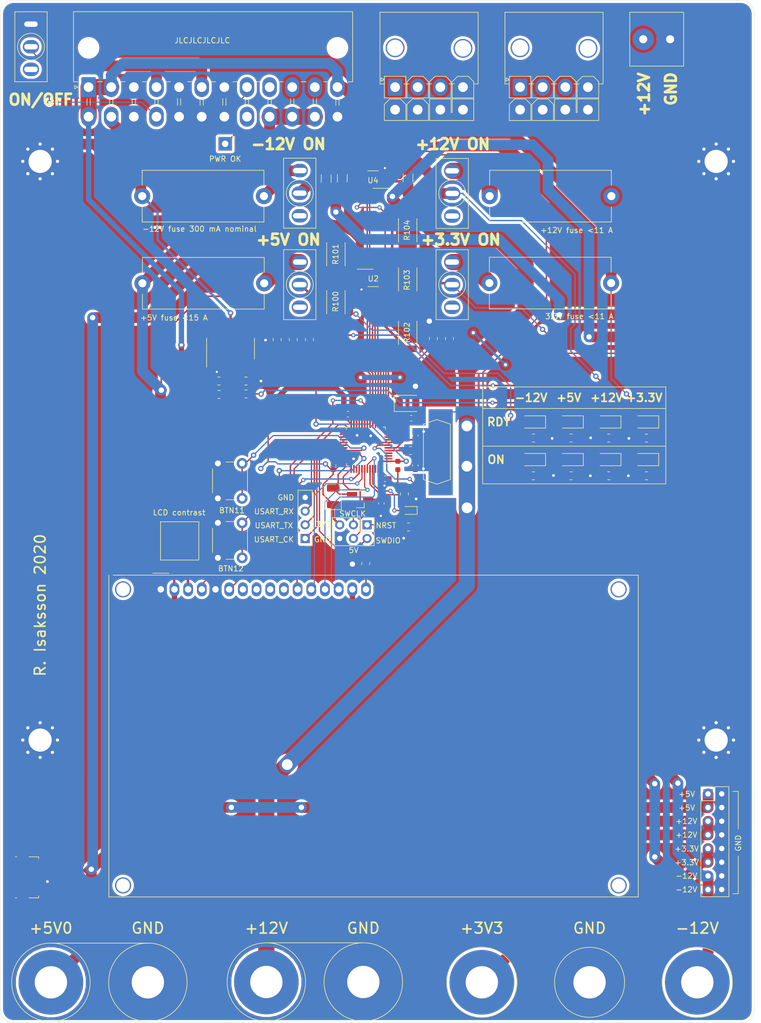
<source format=kicad_pcb>
(kicad_pcb (version 20171130) (host pcbnew "(5.1.7)-1")
  (layers (0 F.Cu signal) (31 B.Cu signal) (34 B.Paste user) (35 F.Paste user) (36 B.SilkS user) (37 F.SilkS user) (38 B.Mask user) (39 F.Mask user) (44 Edge.Cuts user))
  (net 0 "")
  (net 1 GND)
  (net 2 +5V)
  (net 3 -12V)
  (net 4 +3V3)
  (net 5 +12V)
  (net 6 "Net-(D1-Pad1)")
  (net 7 "Net-(D2-Pad1)")
  (net 8 "Net-(D3-Pad1)")
  (net 9 "Net-(D5-Pad1)")
  (net 10 "Net-(D6-Pad1)")
  (net 11 "Net-(D8-Pad2)")
  (net 12 "Net-(D9-Pad2)")
  (net 13 "Net-(D9-Pad1)")
  (net 14 /5V_IN)
  (net 15 /5V)
  (net 16 ADC_3V3_V)
  (net 17 ADC_5V_V)
  (net 18 /-12V_IN)
  (net 19 /+12V_IN)
  (net 20 ADC_+12V_V)
  (net 21 ADC_-12V_V)
  (net 22 OSC_IN)
  (net 23 OSC_OUT)
  (net 24 /+3.3V)
  (net 25 /5V_PRGM)
  (net 26 "Net-(CONN0-Pad16)")
  (net 27 "Net-(CONN0-Pad8)")
  (net 28 /USART_RX)
  (net 29 /USART_TX)
  (net 30 /USART_CK)
  (net 31 /SWCLK)
  (net 32 /SWDIO)
  (net 33 /NRST)
  (net 34 "Net-(D0-Pad2)")
  (net 35 "Net-(D0-Pad1)")
  (net 36 "Net-(D1-Pad2)")
  (net 37 "Net-(D2-Pad2)")
  (net 38 "Net-(D3-Pad2)")
  (net 39 "Net-(D7-Pad1)")
  (net 40 "Net-(R1-Pad2)")
  (net 41 "Net-(R12-Pad1)")
  (net 42 "Net-(R18-Pad1)")
  (net 43 "Net-(R100-Pad2)")
  (net 44 "Net-(R102-Pad2)")
  (net 45 "Net-(R103-Pad2)")
  (net 46 "Net-(RV0-Pad2)")
  (net 47 "Net-(SW6-Pad1)")
  (net 48 "Net-(SW7-Pad1)")
  (net 49 /LCD_D7)
  (net 50 /LCD_D6)
  (net 51 /LCD_D5)
  (net 52 /LCD_D4)
  (net 53 /LCD_E)
  (net 54 /LCD_RS)
  (net 55 ADC_3V3_I)
  (net 56 ADC_5V_I)
  (net 57 ADC_-12V_I)
  (net 58 ADC_+12V_I)
  (net 59 "Net-(F0-Pad1)")
  (net 60 "Net-(F1-Pad1)")
  (net 61 "Net-(F2-Pad1)")
  (net 62 "Net-(F3-Pad1)")
  (net 63 "Net-(C5-Pad1)")
  (net 64 "Net-(R20-Pad1)")
  (net 65 /ADC_-12V_INV)
  (module ri:LCD_4ROW (layer F.Cu) (at 59.795 119.46)
    (fp_text reference U1)
    (fp_text value RC1602A)
    (pad "" thru_hole circle (at 85 0) (size 3 3) (drill 2.5) (layers *.Cu *.Mask))
    (pad "" thru_hole circle (at 85 55) (size 3 3) (drill 2.5) (layers *.Cu *.Mask))
    (pad "" thru_hole circle (at -7 55) (size 3 3) (drill 2.5) (layers *.Cu *.Mask))
    (pad "" thru_hole circle (at -7 0) (size 3 3) (drill 2.5) (layers *.Cu *.Mask))
    (pad 16 thru_hole oval (at 38.1 0) (size 1.8 2.6) (drill 1.2) (layers *.Cu *.Mask) (net 64 "Net-(R20-Pad1)"))
    (pad 15 thru_hole oval (at 35.56 0) (size 1.8 2.6) (drill 1.2) (layers *.Cu *.Mask) (net 2 +5V))
    (pad 14 thru_hole oval (at 33.02 0) (size 1.8 2.6) (drill 1.2) (layers *.Cu *.Mask) (net 49 /LCD_D7))
    (pad 13 thru_hole oval (at 30.48 0) (size 1.8 2.6) (drill 1.2) (layers *.Cu *.Mask) (net 50 /LCD_D6))
    (pad 12 thru_hole oval (at 27.94 0) (size 1.8 2.6) (drill 1.2) (layers *.Cu *.Mask) (net 51 /LCD_D5))
    (pad 11 thru_hole oval (at 25.4 0) (size 1.8 2.6) (drill 1.2) (layers *.Cu *.Mask) (net 52 /LCD_D4))
    (pad 10 thru_hole oval (at 22.86 0) (size 1.8 2.6) (drill 1.2) (layers *.Cu *.Mask))
    (pad 9 thru_hole oval (at 20.32 0) (size 1.8 2.6) (drill 1.2) (layers *.Cu *.Mask))
    (pad 8 thru_hole oval (at 17.78 0) (size 1.8 2.6) (drill 1.2) (layers *.Cu *.Mask))
    (pad 7 thru_hole oval (at 15.24 0) (size 1.8 2.6) (drill 1.2) (layers *.Cu *.Mask))
    (pad 6 thru_hole oval (at 12.7 0) (size 1.8 2.6) (drill 1.2) (layers *.Cu *.Mask) (net 53 /LCD_E))
    (pad 5 thru_hole oval (at 10.16 0) (size 1.8 2.6) (drill 1.2) (layers *.Cu *.Mask) (net 1 GND))
    (pad 4 thru_hole oval (at 7.62 0) (size 1.8 2.6) (drill 1.2) (layers *.Cu *.Mask) (net 54 /LCD_RS))
    (pad 3 thru_hole oval (at 5.08 0) (size 1.8 2.6) (drill 1.2) (layers *.Cu *.Mask) (net 46 "Net-(RV0-Pad2)"))
    (pad 2 thru_hole oval (at 2.54 0) (size 1.8 2.6) (drill 1.2) (layers *.Cu *.Mask) (net 2 +5V))
    (pad 1 thru_hole rect (at 0 0) (size 1.8 2.6) (drill 1.2) (layers *.Cu *.Mask) (net 1 GND))
  )
  (module Connector_PinHeader_2.54mm:PinHeader_1x04_P2.54mm_Vertical (layer F.Cu) (at 86.595 110.01 180)
    (fp_text reference CONN11)
    (fp_text value USART_HDR)
    (pad 4 thru_hole oval (at 0 7.62 180) (size 1.7 1.7) (drill 1) (layers *.Cu *.Mask) (net 1 GND))
    (pad 3 thru_hole oval (at 0 5.08 180) (size 1.7 1.7) (drill 1) (layers *.Cu *.Mask) (net 28 /USART_RX))
    (pad 2 thru_hole oval (at 0 2.54 180) (size 1.7 1.7) (drill 1) (layers *.Cu *.Mask) (net 29 /USART_TX))
    (pad 1 thru_hole rect (at 0 0 180) (size 1.7 1.7) (drill 1) (layers *.Cu *.Mask) (net 30 /USART_CK))
  )
  (module Resistor_SMD:R_1206_3216Metric (layer F.Cu) (at 90.495 43.1475 270)
    (fp_text reference R106)
    (fp_text value 220m)
    (pad 2 smd roundrect (at 1.4625 0 270) (size 1.125 1.75) (layers F.Cu F.Paste F.Mask) (roundrect_rratio 0.2222195555555556) (net 18 /-12V_IN))
    (pad 1 smd roundrect (at -1.4625 0 270) (size 1.125 1.75) (layers F.Cu F.Paste F.Mask) (roundrect_rratio 0.2222195555555556) (net 8 "Net-(D3-Pad1)"))
  )
  (module Resistor_SMD:R_1206_3216Metric (layer F.Cu) (at 93.495 43.0975 270)
    (fp_text reference R107)
    (fp_text value 220m)
    (pad 2 smd roundrect (at 1.4625 0 270) (size 1.125 1.75) (layers F.Cu F.Paste F.Mask) (roundrect_rratio 0.2222195555555556) (net 18 /-12V_IN))
    (pad 1 smd roundrect (at -1.4625 0 270) (size 1.125 1.75) (layers F.Cu F.Paste F.Mask) (roundrect_rratio 0.2222195555555556) (net 8 "Net-(D3-Pad1)"))
  )
  (module Resistor_SMD:R_1206_3216Metric (layer F.Cu) (at 105.695 43.0225 270)
    (fp_text reference R105)
    (fp_text value 3m)
    (pad 2 smd roundrect (at 1.4625 0 270) (size 1.125 1.75) (layers F.Cu F.Paste F.Mask) (roundrect_rratio 0.2222195555555556) (net 19 /+12V_IN))
    (pad 1 smd roundrect (at -1.4625 0 270) (size 1.125 1.75) (layers F.Cu F.Paste F.Mask) (roundrect_rratio 0.2222195555555556) (net 37 "Net-(D2-Pad2)"))
  )
  (module ri:RI_SPDT (layer F.Cu) (at 85.601 62.854 270)
    (fp_text reference SW1)
    (fp_text value 5V)
    (pad 3 thru_hole oval (at 4.2 0 270) (size 2.5 3) (drill oval 1 2.5) (layers *.Cu *.Mask))
    (pad 2 thru_hole oval (at 0 0 270) (size 2.5 3) (drill oval 1 2.5) (layers *.Cu *.Mask) (net 34 "Net-(D0-Pad2)"))
    (pad 1 thru_hole oval (at -4.2 0 270) (size 2.5 3) (drill oval 1 2.5) (layers *.Cu *.Mask) (net 59 "Net-(F0-Pad1)"))
  )
  (module MountingHole:MountingHole_4.3mm_M4_Pad_Via (layer F.Cu) (at 162.895 147.46)
    (fp_text reference H4)
    (fp_text value MOUNT)
    (pad 1 thru_hole circle (at 2.280419 -2.280419) (size 0.9 0.9) (drill 0.6) (layers *.Cu *.Mask) (net 1 GND))
    (pad 1 thru_hole circle (at 0 -3.225) (size 0.9 0.9) (drill 0.6) (layers *.Cu *.Mask) (net 1 GND))
    (pad 1 thru_hole circle (at -2.280419 -2.280419) (size 0.9 0.9) (drill 0.6) (layers *.Cu *.Mask) (net 1 GND))
    (pad 1 thru_hole circle (at -3.225 0) (size 0.9 0.9) (drill 0.6) (layers *.Cu *.Mask) (net 1 GND))
    (pad 1 thru_hole circle (at -2.280419 2.280419) (size 0.9 0.9) (drill 0.6) (layers *.Cu *.Mask) (net 1 GND))
    (pad 1 thru_hole circle (at 0 3.225) (size 0.9 0.9) (drill 0.6) (layers *.Cu *.Mask) (net 1 GND))
    (pad 1 thru_hole circle (at 2.280419 2.280419) (size 0.9 0.9) (drill 0.6) (layers *.Cu *.Mask) (net 1 GND))
    (pad 1 thru_hole circle (at 3.225 0) (size 0.9 0.9) (drill 0.6) (layers *.Cu *.Mask) (net 1 GND))
    (pad 1 thru_hole circle (at 0 0) (size 8.6 8.6) (drill 4.3) (layers *.Cu *.Mask) (net 1 GND))
  )
  (module MountingHole:MountingHole_4.3mm_M4_Pad_Via (layer F.Cu) (at 37.395 39.96)
    (fp_text reference H3)
    (fp_text value MOUNT)
    (pad 1 thru_hole circle (at 2.280419 -2.280419) (size 0.9 0.9) (drill 0.6) (layers *.Cu *.Mask) (net 1 GND))
    (pad 1 thru_hole circle (at 0 -3.225) (size 0.9 0.9) (drill 0.6) (layers *.Cu *.Mask) (net 1 GND))
    (pad 1 thru_hole circle (at -2.280419 -2.280419) (size 0.9 0.9) (drill 0.6) (layers *.Cu *.Mask) (net 1 GND))
    (pad 1 thru_hole circle (at -3.225 0) (size 0.9 0.9) (drill 0.6) (layers *.Cu *.Mask) (net 1 GND))
    (pad 1 thru_hole circle (at -2.280419 2.280419) (size 0.9 0.9) (drill 0.6) (layers *.Cu *.Mask) (net 1 GND))
    (pad 1 thru_hole circle (at 0 3.225) (size 0.9 0.9) (drill 0.6) (layers *.Cu *.Mask) (net 1 GND))
    (pad 1 thru_hole circle (at 2.280419 2.280419) (size 0.9 0.9) (drill 0.6) (layers *.Cu *.Mask) (net 1 GND))
    (pad 1 thru_hole circle (at 3.225 0) (size 0.9 0.9) (drill 0.6) (layers *.Cu *.Mask) (net 1 GND))
    (pad 1 thru_hole circle (at 0 0) (size 8.6 8.6) (drill 4.3) (layers *.Cu *.Mask) (net 1 GND))
  )
  (module MountingHole:MountingHole_4.3mm_M4_Pad_Via (layer F.Cu) (at 37.395 147.46)
    (fp_text reference H2)
    (fp_text value MOUNT)
    (pad 1 thru_hole circle (at 2.280419 -2.280419) (size 0.9 0.9) (drill 0.6) (layers *.Cu *.Mask) (net 1 GND))
    (pad 1 thru_hole circle (at 0 -3.225) (size 0.9 0.9) (drill 0.6) (layers *.Cu *.Mask) (net 1 GND))
    (pad 1 thru_hole circle (at -2.280419 -2.280419) (size 0.9 0.9) (drill 0.6) (layers *.Cu *.Mask) (net 1 GND))
    (pad 1 thru_hole circle (at -3.225 0) (size 0.9 0.9) (drill 0.6) (layers *.Cu *.Mask) (net 1 GND))
    (pad 1 thru_hole circle (at -2.280419 2.280419) (size 0.9 0.9) (drill 0.6) (layers *.Cu *.Mask) (net 1 GND))
    (pad 1 thru_hole circle (at 0 3.225) (size 0.9 0.9) (drill 0.6) (layers *.Cu *.Mask) (net 1 GND))
    (pad 1 thru_hole circle (at 2.280419 2.280419) (size 0.9 0.9) (drill 0.6) (layers *.Cu *.Mask) (net 1 GND))
    (pad 1 thru_hole circle (at 3.225 0) (size 0.9 0.9) (drill 0.6) (layers *.Cu *.Mask) (net 1 GND))
    (pad 1 thru_hole circle (at 0 0) (size 8.6 8.6) (drill 4.3) (layers *.Cu *.Mask) (net 1 GND))
  )
  (module MountingHole:MountingHole_4.3mm_M4_Pad_Via (layer F.Cu) (at 162.895 39.96)
    (fp_text reference H1)
    (fp_text value MOUNT)
    (pad 1 thru_hole circle (at 2.280419 -2.280419) (size 0.9 0.9) (drill 0.6) (layers *.Cu *.Mask) (net 1 GND))
    (pad 1 thru_hole circle (at 0 -3.225) (size 0.9 0.9) (drill 0.6) (layers *.Cu *.Mask) (net 1 GND))
    (pad 1 thru_hole circle (at -2.280419 -2.280419) (size 0.9 0.9) (drill 0.6) (layers *.Cu *.Mask) (net 1 GND))
    (pad 1 thru_hole circle (at -3.225 0) (size 0.9 0.9) (drill 0.6) (layers *.Cu *.Mask) (net 1 GND))
    (pad 1 thru_hole circle (at -2.280419 2.280419) (size 0.9 0.9) (drill 0.6) (layers *.Cu *.Mask) (net 1 GND))
    (pad 1 thru_hole circle (at 0 3.225) (size 0.9 0.9) (drill 0.6) (layers *.Cu *.Mask) (net 1 GND))
    (pad 1 thru_hole circle (at 2.280419 2.280419) (size 0.9 0.9) (drill 0.6) (layers *.Cu *.Mask) (net 1 GND))
    (pad 1 thru_hole circle (at 3.225 0) (size 0.9 0.9) (drill 0.6) (layers *.Cu *.Mask) (net 1 GND))
    (pad 1 thru_hole circle (at 0 0) (size 8.6 8.6) (drill 4.3) (layers *.Cu *.Mask) (net 1 GND))
  )
  (module Resistor_SMD:R_0805_2012Metric (layer F.Cu) (at 97.845 114.66 90)
    (fp_text reference R20)
    (fp_text value 68)
    (pad 2 smd roundrect (at 0.9125 0 90) (size 1.025 1.4) (layers F.Cu F.Paste F.Mask) (roundrect_rratio 0.2439004878048781) (net 1 GND))
    (pad 1 smd roundrect (at -0.9125 0 90) (size 1.025 1.4) (layers F.Cu F.Paste F.Mask) (roundrect_rratio 0.2439004878048781) (net 64 "Net-(R20-Pad1)"))
  )
  (module Resistor_SMD:R_0805_2012Metric (layer F.Cu) (at 106.1425 93.67 180)
    (fp_text reference R19)
    (fp_text value 240)
    (pad 2 smd roundrect (at 0.9125 0 180) (size 1.025 1.4) (layers F.Cu F.Paste F.Mask) (roundrect_rratio 0.2439004878048781) (net 22 OSC_IN))
    (pad 1 smd roundrect (at -0.9125 0 180) (size 1.025 1.4) (layers F.Cu F.Paste F.Mask) (roundrect_rratio 0.2439004878048781) (net 63 "Net-(C5-Pad1)"))
  )
  (module Capacitor_SMD:C_0603_1608Metric (layer F.Cu) (at 103.805 96.445 270)
    (fp_text reference C10)
    (fp_text value 100n)
    (pad 2 smd roundrect (at 0.775 0 270) (size 0.9 0.95) (layers F.Cu F.Paste F.Mask) (net 1 GND))
    (pad 1 smd roundrect (at -0.775 0 270) (size 0.9 0.95) (layers F.Cu F.Paste F.Mask) (net 4 +3V3))
  )
  (module Capacitor_SMD:C_0603_1608Metric (layer F.Cu) (at 94.555 86.92)
    (fp_text reference C9)
    (fp_text value 100n)
    (pad 2 smd roundrect (at 0.775 0) (size 0.9 0.95) (layers F.Cu F.Paste F.Mask) (net 1 GND))
    (pad 1 smd roundrect (at -0.775 0) (size 0.9 0.95) (layers F.Cu F.Paste F.Mask) (net 4 +3V3))
  )
  (module Capacitor_SMD:C_0603_1608Metric (layer F.Cu) (at 91.805 96.445 90)
    (fp_text reference C8)
    (fp_text value 100n)
    (pad 2 smd roundrect (at 0.775 0 90) (size 0.9 0.95) (layers F.Cu F.Paste F.Mask) (net 1 GND))
    (pad 1 smd roundrect (at -0.775 0 90) (size 0.9 0.95) (layers F.Cu F.Paste F.Mask) (net 4 +3V3))
  )
  (module Capacitor_SMD:C_0603_1608Metric (layer F.Cu) (at 101.42 98.92 180)
    (fp_text reference C7)
    (fp_text value 100n)
    (pad 2 smd roundrect (at 0.775 0 180) (size 0.9 0.95) (layers F.Cu F.Paste F.Mask) (net 1 GND))
    (pad 1 smd roundrect (at -0.775 0 180) (size 0.9 0.95) (layers F.Cu F.Paste F.Mask) (net 4 +3V3))
  )
  (module ri:LFXTAL020423 (layer F.Cu) (at 111.055 93.92 270)
    (fp_text reference Y1)
    (fp_text value Crystal)
    (pad 1 smd rect (at 4.75 0 270) (size 5.5 2) (layers F.Cu F.Paste F.Mask) (net 63 "Net-(C5-Pad1)"))
    (pad 2 smd rect (at -4.75 0 270) (size 5.5 2) (layers F.Cu F.Paste F.Mask) (net 23 OSC_OUT))
  )
  (module Package_SO:SOIC-14_3.9x8.7mm_P1.27mm (layer F.Cu) (at 72.745 74.725 90)
    (fp_text reference U6)
    (fp_text value TLV4171)
    (pad 14 smd roundrect (at 2.475 -3.81 90) (size 1.95 0.6) (layers F.Cu F.Paste F.Mask))
    (pad 13 smd roundrect (at 2.475 -2.54 90) (size 1.95 0.6) (layers F.Cu F.Paste F.Mask))
    (pad 12 smd roundrect (at 2.475 -1.27 90) (size 1.95 0.6) (layers F.Cu F.Paste F.Mask))
    (pad 11 smd roundrect (at 2.475 0 90) (size 1.95 0.6) (layers F.Cu F.Paste F.Mask) (net 3 -12V))
    (pad 10 smd roundrect (at 2.475 1.27 90) (size 1.95 0.6) (layers F.Cu F.Paste F.Mask))
    (pad 9 smd roundrect (at 2.475 2.54 90) (size 1.95 0.6) (layers F.Cu F.Paste F.Mask))
    (pad 8 smd roundrect (at 2.475 3.81 90) (size 1.95 0.6) (layers F.Cu F.Paste F.Mask))
    (pad 7 smd roundrect (at -2.475 3.81 90) (size 1.95 0.6) (layers F.Cu F.Paste F.Mask))
    (pad 6 smd roundrect (at -2.475 2.54 90) (size 1.95 0.6) (layers F.Cu F.Paste F.Mask))
    (pad 5 smd roundrect (at -2.475 1.27 90) (size 1.95 0.6) (layers F.Cu F.Paste F.Mask))
    (pad 4 smd roundrect (at -2.475 0 90) (size 1.95 0.6) (layers F.Cu F.Paste F.Mask) (net 5 +12V))
    (pad 3 smd roundrect (at -2.475 -1.27 90) (size 1.95 0.6) (layers F.Cu F.Paste F.Mask) (net 41 "Net-(R12-Pad1)"))
    (pad 2 smd roundrect (at -2.475 -2.54 90) (size 1.95 0.6) (layers F.Cu F.Paste F.Mask) (net 1 GND))
    (pad 1 smd roundrect (at -2.475 -3.81 90) (size 1.95 0.6) (layers F.Cu F.Paste F.Mask) (net 21 ADC_-12V_V))
  )
  (module Package_TO_SOT_SMD:SOT-23_Handsoldering (layer F.Cu) (at 96.805 102.72)
    (fp_text reference U5)
    (fp_text value AP2210N-3.3TRG1)
    (pad 3 smd rect (at 1.5 0) (size 1.9 0.8) (layers F.Cu F.Paste F.Mask) (net 25 /5V_PRGM))
    (pad 2 smd rect (at -1.5 0.95) (size 1.9 0.8) (layers F.Cu F.Paste F.Mask) (net 4 +3V3))
    (pad 1 smd rect (at -1.5 -0.95) (size 1.9 0.8) (layers F.Cu F.Paste F.Mask) (net 1 GND))
  )
  (module Package_SO:VSSOP-8_3.0x3.0mm_P0.65mm (layer F.Cu) (at 99.195 43.335 180)
    (fp_text reference U4 (at 0 -0.165) (layer F.SilkS))
    (fp_text value INA2180)
    (pad 8 smd rect (at 2.2 -0.975 90) (size 0.45 1.45) (layers F.Cu F.Paste F.Mask) (net 15 /5V))
    (pad 7 smd rect (at 2.2 -0.325 90) (size 0.45 1.45) (layers F.Cu F.Paste F.Mask) (net 57 ADC_-12V_I))
    (pad 6 smd rect (at 2.2 0.325 90) (size 0.45 1.45) (layers F.Cu F.Paste F.Mask) (net 8 "Net-(D3-Pad1)"))
    (pad 5 smd rect (at 2.2 0.975 90) (size 0.45 1.45) (layers F.Cu F.Paste F.Mask) (net 18 /-12V_IN))
    (pad 4 smd rect (at -2.2 0.975 90) (size 0.45 1.45) (layers F.Cu F.Paste F.Mask) (net 1 GND))
    (pad 3 smd rect (at -2.2 0.325 90) (size 0.45 1.45) (layers F.Cu F.Paste F.Mask) (net 37 "Net-(D2-Pad2)"))
    (pad 2 smd rect (at -2.2 -0.325 90) (size 0.45 1.45) (layers F.Cu F.Paste F.Mask) (net 19 /+12V_IN))
    (pad 1 smd rect (at -2.2 -0.975 90) (size 0.45 1.45) (layers F.Cu F.Paste F.Mask) (net 58 ADC_+12V_I))
  )
  (module Package_QFP:LQFP-48_7x7mm_P0.5mm (layer F.Cu) (at 97.8925 92.92 180)
    (fp_text reference U3)
    (fp_text value STM32F070C6Tx)
    (pad 48 smd roundrect (at -2.75 -4.1625 180) (size 0.3 1.475) (layers F.Cu F.Paste F.Mask) (net 4 +3V3))
    (pad 47 smd roundrect (at -2.25 -4.1625 180) (size 0.3 1.475) (layers F.Cu F.Paste F.Mask) (net 1 GND))
    (pad 46 smd roundrect (at -1.75 -4.1625 180) (size 0.3 1.475) (layers F.Cu F.Paste F.Mask))
    (pad 45 smd roundrect (at -1.25 -4.1625 180) (size 0.3 1.475) (layers F.Cu F.Paste F.Mask) (net 12 "Net-(D9-Pad2)"))
    (pad 44 smd roundrect (at -0.75 -4.1625 180) (size 0.3 1.475) (layers F.Cu F.Paste F.Mask) (net 42 "Net-(R18-Pad1)"))
    (pad 43 smd roundrect (at -0.25 -4.1625 180) (size 0.3 1.475) (layers F.Cu F.Paste F.Mask) (net 49 /LCD_D7))
    (pad 42 smd roundrect (at 0.25 -4.1625 180) (size 0.3 1.475) (layers F.Cu F.Paste F.Mask) (net 50 /LCD_D6))
    (pad 41 smd roundrect (at 0.75 -4.1625 180) (size 0.3 1.475) (layers F.Cu F.Paste F.Mask) (net 51 /LCD_D5))
    (pad 40 smd roundrect (at 1.25 -4.1625 180) (size 0.3 1.475) (layers F.Cu F.Paste F.Mask) (net 52 /LCD_D4))
    (pad 39 smd roundrect (at 1.75 -4.1625 180) (size 0.3 1.475) (layers F.Cu F.Paste F.Mask))
    (pad 38 smd roundrect (at 2.25 -4.1625 180) (size 0.3 1.475) (layers F.Cu F.Paste F.Mask))
    (pad 37 smd roundrect (at 2.75 -4.1625 180) (size 0.3 1.475) (layers F.Cu F.Paste F.Mask) (net 31 /SWCLK))
    (pad 36 smd roundrect (at 4.1625 -2.75 180) (size 1.475 0.3) (layers F.Cu F.Paste F.Mask) (net 4 +3V3))
    (pad 35 smd roundrect (at 4.1625 -2.25 180) (size 1.475 0.3) (layers F.Cu F.Paste F.Mask) (net 1 GND))
    (pad 34 smd roundrect (at 4.1625 -1.75 180) (size 1.475 0.3) (layers F.Cu F.Paste F.Mask) (net 32 /SWDIO))
    (pad 33 smd roundrect (at 4.1625 -1.25 180) (size 1.475 0.3) (layers F.Cu F.Paste F.Mask) (net 47 "Net-(SW6-Pad1)"))
    (pad 32 smd roundrect (at 4.1625 -0.75 180) (size 1.475 0.3) (layers F.Cu F.Paste F.Mask) (net 48 "Net-(SW7-Pad1)"))
    (pad 31 smd roundrect (at 4.1625 -0.25 180) (size 1.475 0.3) (layers F.Cu F.Paste F.Mask) (net 30 /USART_CK))
    (pad 30 smd roundrect (at 4.1625 0.25 180) (size 1.475 0.3) (layers F.Cu F.Paste F.Mask) (net 29 /USART_TX))
    (pad 29 smd roundrect (at 4.1625 0.75 180) (size 1.475 0.3) (layers F.Cu F.Paste F.Mask) (net 28 /USART_RX))
    (pad 28 smd roundrect (at 4.1625 1.25 180) (size 1.475 0.3) (layers F.Cu F.Paste F.Mask))
    (pad 27 smd roundrect (at 4.1625 1.75 180) (size 1.475 0.3) (layers F.Cu F.Paste F.Mask))
    (pad 26 smd roundrect (at 4.1625 2.25 180) (size 1.475 0.3) (layers F.Cu F.Paste F.Mask))
    (pad 25 smd roundrect (at 4.1625 2.75 180) (size 1.475 0.3) (layers F.Cu F.Paste F.Mask))
    (pad 24 smd roundrect (at 2.75 4.1625 180) (size 0.3 1.475) (layers F.Cu F.Paste F.Mask) (net 4 +3V3))
    (pad 23 smd roundrect (at 2.25 4.1625 180) (size 0.3 1.475) (layers F.Cu F.Paste F.Mask) (net 1 GND))
    (pad 22 smd roundrect (at 1.75 4.1625 180) (size 0.3 1.475) (layers F.Cu F.Paste F.Mask))
    (pad 21 smd roundrect (at 1.25 4.1625 180) (size 0.3 1.475) (layers F.Cu F.Paste F.Mask))
    (pad 20 smd roundrect (at 0.75 4.1625 180) (size 0.3 1.475) (layers F.Cu F.Paste F.Mask))
    (pad 19 smd roundrect (at 0.25 4.1625 180) (size 0.3 1.475) (layers F.Cu F.Paste F.Mask) (net 53 /LCD_E))
    (pad 18 smd roundrect (at -0.25 4.1625 180) (size 0.3 1.475) (layers F.Cu F.Paste F.Mask) (net 54 /LCD_RS))
    (pad 17 smd roundrect (at -0.75 4.1625 180) (size 0.3 1.475) (layers F.Cu F.Paste F.Mask) (net 21 ADC_-12V_V))
    (pad 16 smd roundrect (at -1.25 4.1625 180) (size 0.3 1.475) (layers F.Cu F.Paste F.Mask) (net 17 ADC_5V_V))
    (pad 15 smd roundrect (at -1.75 4.1625 180) (size 0.3 1.475) (layers F.Cu F.Paste F.Mask) (net 56 ADC_5V_I))
    (pad 14 smd roundrect (at -2.25 4.1625 180) (size 0.3 1.475) (layers F.Cu F.Paste F.Mask) (net 57 ADC_-12V_I))
    (pad 13 smd roundrect (at -2.75 4.1625 180) (size 0.3 1.475) (layers F.Cu F.Paste F.Mask) (net 58 ADC_+12V_I))
    (pad 12 smd roundrect (at -4.1625 2.75 180) (size 1.475 0.3) (layers F.Cu F.Paste F.Mask) (net 55 ADC_3V3_I))
    (pad 11 smd roundrect (at -4.1625 2.25 180) (size 1.475 0.3) (layers F.Cu F.Paste F.Mask) (net 16 ADC_3V3_V))
    (pad 10 smd roundrect (at -4.1625 1.75 180) (size 1.475 0.3) (layers F.Cu F.Paste F.Mask) (net 20 ADC_+12V_V))
    (pad 9 smd roundrect (at -4.1625 1.25 180) (size 1.475 0.3) (layers F.Cu F.Paste F.Mask) (net 24 /+3.3V))
    (pad 8 smd roundrect (at -4.1625 0.75 180) (size 1.475 0.3) (layers F.Cu F.Paste F.Mask) (net 1 GND))
    (pad 7 smd roundrect (at -4.1625 0.25 180) (size 1.475 0.3) (layers F.Cu F.Paste F.Mask) (net 33 /NRST))
    (pad 6 smd roundrect (at -4.1625 -0.25 180) (size 1.475 0.3) (layers F.Cu F.Paste F.Mask) (net 23 OSC_OUT))
    (pad 5 smd roundrect (at -4.1625 -0.75 180) (size 1.475 0.3) (layers F.Cu F.Paste F.Mask) (net 22 OSC_IN))
    (pad 4 smd roundrect (at -4.1625 -1.25 180) (size 1.475 0.3) (layers F.Cu F.Paste F.Mask))
    (pad 3 smd roundrect (at -4.1625 -1.75 180) (size 1.475 0.3) (layers F.Cu F.Paste F.Mask))
    (pad 2 smd roundrect (at -4.1625 -2.25 180) (size 1.475 0.3) (layers F.Cu F.Paste F.Mask))
    (pad 1 smd roundrect (at -4.1625 -2.75 180) (size 1.475 0.3) (layers F.Cu F.Paste F.Mask) (net 4 +3V3))
  )
  (module Package_SO:VSSOP-8_3.0x3.0mm_P0.65mm (layer F.Cu) (at 99.245 61.605)
    (fp_text reference U2 (at 0.005 0.145) (layer F.SilkS))
    (fp_text value INA2180)
    (pad 8 smd rect (at 2.2 -0.975 270) (size 0.45 1.45) (layers F.Cu F.Paste F.Mask) (net 15 /5V))
    (pad 7 smd rect (at 2.2 -0.325 270) (size 0.45 1.45) (layers F.Cu F.Paste F.Mask) (net 55 ADC_3V3_I))
    (pad 6 smd rect (at 2.2 0.325 270) (size 0.45 1.45) (layers F.Cu F.Paste F.Mask) (net 16 ADC_3V3_V))
    (pad 5 smd rect (at 2.2 0.975 270) (size 0.45 1.45) (layers F.Cu F.Paste F.Mask) (net 36 "Net-(D1-Pad2)"))
    (pad 4 smd rect (at -2.2 0.975 270) (size 0.45 1.45) (layers F.Cu F.Paste F.Mask) (net 1 GND))
    (pad 3 smd rect (at -2.2 0.325 270) (size 0.45 1.45) (layers F.Cu F.Paste F.Mask) (net 34 "Net-(D0-Pad2)"))
    (pad 2 smd rect (at -2.2 -0.325 270) (size 0.45 1.45) (layers F.Cu F.Paste F.Mask) (net 14 /5V_IN))
    (pad 1 smd rect (at -2.2 -0.975 270) (size 0.45 1.45) (layers F.Cu F.Paste F.Mask) (net 56 ADC_5V_I))
  )
  (module TestPoint:TestPoint_THTPad_2.5x2.5mm_Drill1.2mm (layer F.Cu) (at 71.75 36.692)
    (fp_text reference TP1)
    (fp_text value TestPoint)
    (pad 1 thru_hole rect (at 0 0) (size 2.5 2.5) (drill 1.2) (layers *.Cu *.Mask) (net 27 "Net-(CONN0-Pad8)"))
  )
  (module Button_Switch_THT:SW_PUSH_6mm (layer F.Cu) (at 74.895 96.06 270)
    (fp_text reference SW7)
    (fp_text value BTN11)
    (pad 1 thru_hole circle (at 6.5 0) (size 2 2) (drill 1.1) (layers *.Cu *.Mask) (net 48 "Net-(SW7-Pad1)"))
    (pad 2 thru_hole circle (at 6.5 4.5) (size 2 2) (drill 1.1) (layers *.Cu *.Mask) (net 1 GND))
    (pad 1 thru_hole circle (at 0 0) (size 2 2) (drill 1.1) (layers *.Cu *.Mask) (net 48 "Net-(SW7-Pad1)"))
    (pad 2 thru_hole circle (at 0 4.5) (size 2 2) (drill 1.1) (layers *.Cu *.Mask) (net 1 GND))
  )
  (module Button_Switch_THT:SW_PUSH_6mm (layer F.Cu) (at 74.895 107.11 270)
    (fp_text reference SW6)
    (fp_text value BTN12)
    (pad 1 thru_hole circle (at 6.5 0) (size 2 2) (drill 1.1) (layers *.Cu *.Mask) (net 47 "Net-(SW6-Pad1)"))
    (pad 2 thru_hole circle (at 6.5 4.5) (size 2 2) (drill 1.1) (layers *.Cu *.Mask) (net 1 GND))
    (pad 1 thru_hole circle (at 0 0) (size 2 2) (drill 1.1) (layers *.Cu *.Mask) (net 47 "Net-(SW6-Pad1)"))
    (pad 2 thru_hole circle (at 0 4.5) (size 2 2) (drill 1.1) (layers *.Cu *.Mask) (net 1 GND))
  )
  (module ri:RI_SPDT (layer F.Cu) (at 85.595 45.86 270)
    (fp_text reference SW4)
    (fp_text value -12V)
    (pad 3 thru_hole oval (at 4.2 0 270) (size 2.5 3) (drill oval 1 2.5) (layers *.Cu *.Mask))
    (pad 2 thru_hole oval (at 0 0 270) (size 2.5 3) (drill oval 1 2.5) (layers *.Cu *.Mask) (net 8 "Net-(D3-Pad1)"))
    (pad 1 thru_hole oval (at -4.2 0 270) (size 2.5 3) (drill oval 1 2.5) (layers *.Cu *.Mask) (net 62 "Net-(F3-Pad1)"))
  )
  (module ri:RI_SPDT (layer F.Cu) (at 113.895 45.91 270)
    (fp_text reference SW3)
    (fp_text value +12V)
    (pad 3 thru_hole oval (at 4.2 0 270) (size 2.5 3) (drill oval 1 2.5) (layers *.Cu *.Mask))
    (pad 2 thru_hole oval (at 0 0 270) (size 2.5 3) (drill oval 1 2.5) (layers *.Cu *.Mask) (net 37 "Net-(D2-Pad2)"))
    (pad 1 thru_hole oval (at -4.2 0 270) (size 2.5 3) (drill oval 1 2.5) (layers *.Cu *.Mask) (net 61 "Net-(F2-Pad1)"))
  )
  (module ri:RI_SPDT (layer F.Cu) (at 113.895 62.86 270)
    (fp_text reference SW2)
    (fp_text value 3V3)
    (pad 3 thru_hole oval (at 4.2 0 270) (size 2.5 3) (drill oval 1 2.5) (layers *.Cu *.Mask))
    (pad 2 thru_hole oval (at 0 0 270) (size 2.5 3) (drill oval 1 2.5) (layers *.Cu *.Mask) (net 36 "Net-(D1-Pad2)"))
    (pad 1 thru_hole oval (at -4.2 0 270) (size 2.5 3) (drill oval 1 2.5) (layers *.Cu *.Mask) (net 60 "Net-(F1-Pad1)"))
  )
  (module ri:RI_SPDT (layer F.Cu) (at 35.695 18.66 270)
    (fp_text reference SW0)
    (fp_text value SPDT)
    (pad 3 thru_hole oval (at 4.2 0 270) (size 2.5 3) (drill oval 1 2.5) (layers *.Cu *.Mask))
    (pad 2 thru_hole oval (at 0 0 270) (size 2.5 3) (drill oval 1 2.5) (layers *.Cu *.Mask) (net 26 "Net-(CONN0-Pad16)"))
    (pad 1 thru_hole oval (at -4.2 0 270) (size 2.5 3) (drill oval 1 2.5) (layers *.Cu *.Mask) (net 1 GND))
  )
  (module ri:3361P (layer F.Cu) (at 59.745 110.46 270)
    (fp_text reference RV0)
    (fp_text value 10k)
    (pad 2 smd rect (at 0 -6.4 270) (size 1.2 3.3) (layers F.Cu F.Paste F.Mask) (net 46 "Net-(RV0-Pad2)"))
    (pad 1 smd rect (at 2.54 0 270) (size 1.2 3.3) (layers F.Cu F.Paste F.Mask) (net 1 GND))
    (pad 3 smd rect (at -2.54 0 270) (size 1.2 3.3) (layers F.Cu F.Paste F.Mask) (net 2 +5V))
  )
  (module Resistor_SMD:R_2512_6332Metric (layer F.Cu) (at 105.635 52.764 90)
    (fp_text reference R104 (at 0.014 -0.135 90) (layer F.SilkS))
    (fp_text value 1m)
    (pad 2 smd roundrect (at 2.9625 0 90) (size 1.225 3.35) (layers F.Cu F.Paste F.Mask) (roundrect_rratio 0.2040808163265306) (net 16 ADC_3V3_V))
    (pad 1 smd roundrect (at -2.9625 0 90) (size 1.225 3.35) (layers F.Cu F.Paste F.Mask) (roundrect_rratio 0.2040808163265306) (net 45 "Net-(R103-Pad2)"))
  )
  (module Resistor_SMD:R_2512_6332Metric (layer F.Cu) (at 105.635 61.908 90)
    (fp_text reference R103 (at -0.092 -0.135 90) (layer F.SilkS))
    (fp_text value 1m)
    (pad 2 smd roundrect (at 2.9625 0 90) (size 1.225 3.35) (layers F.Cu F.Paste F.Mask) (roundrect_rratio 0.2040808163265306) (net 45 "Net-(R103-Pad2)"))
    (pad 1 smd roundrect (at -2.9625 0 90) (size 1.225 3.35) (layers F.Cu F.Paste F.Mask) (roundrect_rratio 0.2040808163265306) (net 44 "Net-(R102-Pad2)"))
  )
  (module Resistor_SMD:R_2512_6332Metric (layer F.Cu) (at 105.635 71.814 90)
    (fp_text reference R102 (at 0.064 -0.135 90) (layer F.SilkS))
    (fp_text value 1m)
    (pad 2 smd roundrect (at 2.9625 0 90) (size 1.225 3.35) (layers F.Cu F.Paste F.Mask) (roundrect_rratio 0.2040808163265306) (net 44 "Net-(R102-Pad2)"))
    (pad 1 smd roundrect (at -2.9625 0 90) (size 1.225 3.35) (layers F.Cu F.Paste F.Mask) (roundrect_rratio 0.2040808163265306) (net 36 "Net-(D1-Pad2)"))
  )
  (module Resistor_SMD:R_2512_6332Metric (layer F.Cu) (at 92.305 57.2075 90)
    (fp_text reference R101 (at 0 -0.055 90) (layer F.SilkS))
    (fp_text value 1m)
    (pad 2 smd roundrect (at 2.9625 0 90) (size 1.225 3.35) (layers F.Cu F.Paste F.Mask) (roundrect_rratio 0.2040808163265306) (net 14 /5V_IN))
    (pad 1 smd roundrect (at -2.9625 0 90) (size 1.225 3.35) (layers F.Cu F.Paste F.Mask) (roundrect_rratio 0.2040808163265306) (net 43 "Net-(R100-Pad2)"))
  )
  (module Resistor_SMD:R_2512_6332Metric (layer F.Cu) (at 92.305 66.1125 90)
    (fp_text reference R100 (at 0.1125 -0.055 90) (layer F.SilkS))
    (fp_text value 1m)
    (pad 2 smd roundrect (at 2.9625 0 90) (size 1.225 3.35) (layers F.Cu F.Paste F.Mask) (roundrect_rratio 0.2040808163265306) (net 43 "Net-(R100-Pad2)"))
    (pad 1 smd roundrect (at -2.9625 0 90) (size 1.225 3.35) (layers F.Cu F.Paste F.Mask) (roundrect_rratio 0.2040808163265306) (net 34 "Net-(D0-Pad2)"))
  )
  (module Resistor_SMD:R_0805_2012Metric (layer F.Cu) (at 105.025 101.7325 270)
    (fp_text reference R18)
    (fp_text value 100k)
    (pad 2 smd roundrect (at 0.9125 0 270) (size 1.025 1.4) (layers F.Cu F.Paste F.Mask) (roundrect_rratio 0.2439004878048781) (net 1 GND))
    (pad 1 smd roundrect (at -0.9125 0 270) (size 1.025 1.4) (layers F.Cu F.Paste F.Mask) (roundrect_rratio 0.2439004878048781) (net 42 "Net-(R18-Pad1)"))
  )
  (module Resistor_SMD:R_0805_2012Metric (layer F.Cu) (at 128.9575 91.36)
    (fp_text reference R17)
    (fp_text value 470)
    (pad 1 smd roundrect (at -0.9125 0) (size 1.025 1.4) (layers F.Cu F.Paste F.Mask) (roundrect_rratio 0.2439004878048781) (net 11 "Net-(D8-Pad2)"))
    (pad 2 smd roundrect (at 0.9125 0) (size 1.025 1.4) (layers F.Cu F.Paste F.Mask) (roundrect_rratio 0.2439004878048781) (net 1 GND))
  )
  (module Resistor_SMD:R_0805_2012Metric (layer F.Cu) (at 142.9575 91.36 180)
    (fp_text reference R16)
    (fp_text value 470)
    (pad 1 smd roundrect (at -0.9125 0 180) (size 1.025 1.4) (layers F.Cu F.Paste F.Mask) (roundrect_rratio 0.2439004878048781) (net 39 "Net-(D7-Pad1)"))
    (pad 2 smd roundrect (at 0.9125 0 180) (size 1.025 1.4) (layers F.Cu F.Paste F.Mask) (roundrect_rratio 0.2439004878048781) (net 1 GND))
  )
  (module Resistor_SMD:R_0805_2012Metric (layer F.Cu) (at 135.9575 91.36 180)
    (fp_text reference R15)
    (fp_text value 150)
    (pad 1 smd roundrect (at -0.9125 0 180) (size 1.025 1.4) (layers F.Cu F.Paste F.Mask) (roundrect_rratio 0.2439004878048781) (net 10 "Net-(D6-Pad1)"))
    (pad 2 smd roundrect (at 0.9125 0 180) (size 1.025 1.4) (layers F.Cu F.Paste F.Mask) (roundrect_rratio 0.2439004878048781) (net 1 GND))
  )
  (module Resistor_SMD:R_0805_2012Metric (layer F.Cu) (at 149.9575 91.36 180)
    (fp_text reference R14)
    (fp_text value 68)
    (pad 1 smd roundrect (at -0.9125 0 180) (size 1.025 1.4) (layers F.Cu F.Paste F.Mask) (roundrect_rratio 0.2439004878048781) (net 9 "Net-(D5-Pad1)"))
    (pad 2 smd roundrect (at 0.9125 0 180) (size 1.025 1.4) (layers F.Cu F.Paste F.Mask) (roundrect_rratio 0.2439004878048781) (net 1 GND))
  )
  (module Resistor_SMD:R_0805_2012Metric (layer F.Cu) (at 70.5825 80.76)
    (fp_text reference R13)
    (fp_text value 100k)
    (pad 2 smd roundrect (at 0.9125 0) (size 1.025 1.4) (layers F.Cu F.Paste F.Mask) (roundrect_rratio 0.2439004878048781) (net 41 "Net-(R12-Pad1)"))
    (pad 1 smd roundrect (at -0.9125 0) (size 1.025 1.4) (layers F.Cu F.Paste F.Mask) (roundrect_rratio 0.2439004878048781) (net 21 ADC_-12V_V))
  )
  (module Resistor_SMD:R_0805_2012Metric (layer F.Cu) (at 70.6075 83.26)
    (fp_text reference R12)
    (fp_text value 100k)
    (pad 2 smd roundrect (at 0.9125 0) (size 1.025 1.4) (layers F.Cu F.Paste F.Mask) (roundrect_rratio 0.2439004878048781) (net 65 /ADC_-12V_INV))
    (pad 1 smd roundrect (at -0.9125 0) (size 1.025 1.4) (layers F.Cu F.Paste F.Mask) (roundrect_rratio 0.2439004878048781) (net 41 "Net-(R12-Pad1)"))
  )
  (module Resistor_SMD:R_0805_2012Metric (layer F.Cu) (at 128.9575 98.36)
    (fp_text reference R11)
    (fp_text value 560)
    (pad 1 smd roundrect (at -0.9125 0) (size 1.025 1.4) (layers F.Cu F.Paste F.Mask) (roundrect_rratio 0.2439004878048781) (net 38 "Net-(D3-Pad2)"))
    (pad 2 smd roundrect (at 0.9125 0) (size 1.025 1.4) (layers F.Cu F.Paste F.Mask) (roundrect_rratio 0.2439004878048781) (net 1 GND))
  )
  (module Resistor_SMD:R_0805_2012Metric (layer F.Cu) (at 75.6075 80.76)
    (fp_text reference R10)
    (fp_text value 12k)
    (pad 2 smd roundrect (at 0.9125 0) (size 1.025 1.4) (layers F.Cu F.Paste F.Mask) (roundrect_rratio 0.2439004878048781) (net 1 GND))
    (pad 1 smd roundrect (at -0.9125 0) (size 1.025 1.4) (layers F.Cu F.Paste F.Mask) (roundrect_rratio 0.2439004878048781) (net 65 /ADC_-12V_INV))
  )
  (module Resistor_SMD:R_0805_2012Metric (layer F.Cu) (at 75.6075 83.16 180)
    (fp_text reference R9)
    (fp_text value 33k)
    (pad 2 smd roundrect (at 0.9125 0 180) (size 1.025 1.4) (layers F.Cu F.Paste F.Mask) (roundrect_rratio 0.2439004878048781) (net 65 /ADC_-12V_INV))
    (pad 1 smd roundrect (at -0.9125 0 180) (size 1.025 1.4) (layers F.Cu F.Paste F.Mask) (roundrect_rratio 0.2439004878048781) (net 3 -12V))
  )
  (module Resistor_SMD:R_0805_2012Metric (layer F.Cu) (at 142.9575 98.36 180)
    (fp_text reference R8)
    (fp_text value 560)
    (pad 1 smd roundrect (at -0.9125 0 180) (size 1.025 1.4) (layers F.Cu F.Paste F.Mask) (roundrect_rratio 0.2439004878048781) (net 7 "Net-(D2-Pad1)"))
    (pad 2 smd roundrect (at 0.9125 0 180) (size 1.025 1.4) (layers F.Cu F.Paste F.Mask) (roundrect_rratio 0.2439004878048781) (net 1 GND))
  )
  (module Resistor_SMD:R_0805_2012Metric (layer F.Cu) (at 110.395 72.8725 90)
    (fp_text reference R7)
    (fp_text value 12k)
    (pad 2 smd roundrect (at 0.9125 0 90) (size 1.025 1.4) (layers F.Cu F.Paste F.Mask) (roundrect_rratio 0.2439004878048781) (net 1 GND))
    (pad 1 smd roundrect (at -0.9125 0 90) (size 1.025 1.4) (layers F.Cu F.Paste F.Mask) (roundrect_rratio 0.2439004878048781) (net 20 ADC_+12V_V))
  )
  (module Resistor_SMD:R_0805_2012Metric (layer F.Cu) (at 113.395 72.8725 270)
    (fp_text reference R6)
    (fp_text value 33k)
    (pad 2 smd roundrect (at 0.9125 0 270) (size 1.025 1.4) (layers F.Cu F.Paste F.Mask) (roundrect_rratio 0.2439004878048781) (net 20 ADC_+12V_V))
    (pad 1 smd roundrect (at -0.9125 0 270) (size 1.025 1.4) (layers F.Cu F.Paste F.Mask) (roundrect_rratio 0.2439004878048781) (net 5 +12V))
  )
  (module Resistor_SMD:R_0805_2012Metric (layer F.Cu) (at 149.9575 98.36 180)
    (fp_text reference R5)
    (fp_text value 68)
    (pad 2 smd roundrect (at 0.9125 0 180) (size 1.025 1.4) (layers F.Cu F.Paste F.Mask) (roundrect_rratio 0.2439004878048781) (net 1 GND))
    (pad 1 smd roundrect (at -0.9125 0 180) (size 1.025 1.4) (layers F.Cu F.Paste F.Mask) (roundrect_rratio 0.2439004878048781) (net 6 "Net-(D1-Pad1)"))
  )
  (module Resistor_SMD:R_0805_2012Metric (layer F.Cu) (at 135.9575 98.36 180)
    (fp_text reference R4)
    (fp_text value 150)
    (pad 1 smd roundrect (at -0.9125 0 180) (size 1.025 1.4) (layers F.Cu F.Paste F.Mask) (roundrect_rratio 0.2439004878048781) (net 35 "Net-(D0-Pad1)"))
    (pad 2 smd roundrect (at 0.9125 0 180) (size 1.025 1.4) (layers F.Cu F.Paste F.Mask) (roundrect_rratio 0.2439004878048781) (net 1 GND))
  )
  (module Resistor_SMD:R_0805_2012Metric (layer F.Cu) (at 105.7825 107.87 180)
    (fp_text reference R3)
    (fp_text value 100)
    (pad 2 smd roundrect (at 0.9125 0 180) (size 1.025 1.4) (layers F.Cu F.Paste F.Mask) (roundrect_rratio 0.2439004878048781) (net 1 GND))
    (pad 1 smd roundrect (at -0.9125 0 180) (size 1.025 1.4) (layers F.Cu F.Paste F.Mask) (roundrect_rratio 0.2439004878048781) (net 13 "Net-(D9-Pad1)"))
  )
  (module Resistor_SMD:R_0805_2012Metric (layer F.Cu) (at 81.395 73.0475 270)
    (fp_text reference R2)
    (fp_text value 12k)
    (pad 2 smd roundrect (at 0.9125 0 270) (size 1.025 1.4) (layers F.Cu F.Paste F.Mask) (roundrect_rratio 0.2439004878048781) (net 1 GND))
    (pad 1 smd roundrect (at -0.9125 0 270) (size 1.025 1.4) (layers F.Cu F.Paste F.Mask) (roundrect_rratio 0.2439004878048781) (net 40 "Net-(R1-Pad2)"))
  )
  (module Resistor_SMD:R_0805_2012Metric (layer F.Cu) (at 84.395 73.0475 90)
    (fp_text reference R1)
    (fp_text value 1.2k)
    (pad 2 smd roundrect (at 0.9125 0 90) (size 1.025 1.4) (layers F.Cu F.Paste F.Mask) (roundrect_rratio 0.2439004878048781) (net 40 "Net-(R1-Pad2)"))
    (pad 1 smd roundrect (at -0.9125 0 90) (size 1.025 1.4) (layers F.Cu F.Paste F.Mask) (roundrect_rratio 0.2439004878048781) (net 17 ADC_5V_V))
  )
  (module Resistor_SMD:R_0805_2012Metric (layer F.Cu) (at 87.395 73.0475 270)
    (fp_text reference R0)
    (fp_text value 6.8k)
    (pad 2 smd roundrect (at 0.9125 0 270) (size 1.025 1.4) (layers F.Cu F.Paste F.Mask) (roundrect_rratio 0.2439004878048781) (net 17 ADC_5V_V))
    (pad 1 smd roundrect (at -0.9125 0 270) (size 1.025 1.4) (layers F.Cu F.Paste F.Mask) (roundrect_rratio 0.2439004878048781) (net 2 +5V))
  )
  (module Fuse:Fuseholder_Cylinder-5x20mm_Stelvio-Kontek_PTF78_Horizontal_Open (layer F.Cu) (at 78.945 46.41 180)
    (fp_text reference F3)
    (fp_text value Fuse)
    (pad 2 thru_hole circle (at 22.6 0 180) (size 3 3) (drill 1.5) (layers *.Cu *.Mask) (net 3 -12V))
    (pad 1 thru_hole circle (at 0 0 180) (size 3 3) (drill 1.5) (layers *.Cu *.Mask) (net 62 "Net-(F3-Pad1)"))
  )
  (module Fuse:Fuseholder_Cylinder-5x20mm_Stelvio-Kontek_PTF78_Horizontal_Open (layer F.Cu) (at 120.845 46.41)
    (fp_text reference F2)
    (fp_text value Fuse)
    (pad 2 thru_hole circle (at 22.6 0) (size 3 3) (drill 1.5) (layers *.Cu *.Mask) (net 5 +12V))
    (pad 1 thru_hole circle (at 0 0) (size 3 3) (drill 1.5) (layers *.Cu *.Mask) (net 61 "Net-(F2-Pad1)"))
  )
  (module Fuse:Fuseholder_Cylinder-5x20mm_Stelvio-Kontek_PTF78_Horizontal_Open (layer F.Cu) (at 120.795 62.56)
    (fp_text reference F1)
    (fp_text value Fuse)
    (pad 2 thru_hole circle (at 22.6 0) (size 3 3) (drill 1.5) (layers *.Cu *.Mask) (net 4 +3V3))
    (pad 1 thru_hole circle (at 0 0) (size 3 3) (drill 1.5) (layers *.Cu *.Mask) (net 60 "Net-(F1-Pad1)"))
  )
  (module Fuse:Fuseholder_Cylinder-5x20mm_Stelvio-Kontek_PTF78_Horizontal_Open (layer F.Cu) (at 78.991 62.6 180)
    (fp_text reference F0)
    (fp_text value Fuse)
    (pad 2 thru_hole circle (at 22.6 0 180) (size 3 3) (drill 1.5) (layers *.Cu *.Mask) (net 2 +5V))
    (pad 1 thru_hole circle (at 0 0 180) (size 3 3) (drill 1.5) (layers *.Cu *.Mask) (net 59 "Net-(F0-Pad1)"))
  )
  (module LED_SMD:LED_0603_1608Metric (layer F.Cu) (at 105.9075 104.8 180)
    (fp_text reference D9)
    (fp_text value MPU_LED)
    (pad 2 smd roundrect (at 0.7875 0 180) (size 0.875 0.95) (layers F.Cu F.Paste F.Mask) (net 12 "Net-(D9-Pad2)"))
    (pad 1 smd roundrect (at -0.7875 0 180) (size 0.875 0.95) (layers F.Cu F.Paste F.Mask) (net 13 "Net-(D9-Pad1)"))
  )
  (module LED_SMD:LED_1206_3216Metric (layer F.Cu) (at 128.945 88.36 180)
    (fp_text reference D8)
    (fp_text value -12V_RDY)
    (pad 1 smd roundrect (at -1.4 0 180) (size 1.25 1.75) (layers F.Cu F.Paste F.Mask) (roundrect_rratio 0.2) (net 3 -12V))
    (pad 2 smd roundrect (at 1.4 0 180) (size 1.25 1.75) (layers F.Cu F.Paste F.Mask) (roundrect_rratio 0.2) (net 11 "Net-(D8-Pad2)"))
  )
  (module LED_SMD:LED_1206_3216Metric (layer F.Cu) (at 142.945 88.36 180)
    (fp_text reference D7)
    (fp_text value +12V_RDY)
    (pad 1 smd roundrect (at -1.4 0 180) (size 1.25 1.75) (layers F.Cu F.Paste F.Mask) (roundrect_rratio 0.2) (net 39 "Net-(D7-Pad1)"))
    (pad 2 smd roundrect (at 1.4 0 180) (size 1.25 1.75) (layers F.Cu F.Paste F.Mask) (roundrect_rratio 0.2) (net 5 +12V))
  )
  (module LED_SMD:LED_1206_3216Metric (layer F.Cu) (at 135.945 88.36 180)
    (fp_text reference D6)
    (fp_text value 5V_RDY)
    (pad 1 smd roundrect (at -1.4 0 180) (size 1.25 1.75) (layers F.Cu F.Paste F.Mask) (roundrect_rratio 0.2) (net 10 "Net-(D6-Pad1)"))
    (pad 2 smd roundrect (at 1.4 0 180) (size 1.25 1.75) (layers F.Cu F.Paste F.Mask) (roundrect_rratio 0.2) (net 2 +5V))
  )
  (module LED_SMD:LED_1206_3216Metric (layer F.Cu) (at 149.945 88.36 180)
    (fp_text reference D5)
    (fp_text value 3V3_RDY)
    (pad 1 smd roundrect (at -1.4 0 180) (size 1.25 1.75) (layers F.Cu F.Paste F.Mask) (roundrect_rratio 0.2) (net 9 "Net-(D5-Pad1)"))
    (pad 2 smd roundrect (at 1.4 0 180) (size 1.25 1.75) (layers F.Cu F.Paste F.Mask) (roundrect_rratio 0.2) (net 4 +3V3))
  )
  (module LED_SMD:LED_1206_3216Metric (layer F.Cu) (at 128.945 95.36 180)
    (fp_text reference D3)
    (fp_text value -12V_ON)
    (pad 1 smd roundrect (at -1.4 0 180) (size 1.25 1.75) (layers F.Cu F.Paste F.Mask) (roundrect_rratio 0.2) (net 8 "Net-(D3-Pad1)"))
    (pad 2 smd roundrect (at 1.4 0 180) (size 1.25 1.75) (layers F.Cu F.Paste F.Mask) (roundrect_rratio 0.2) (net 38 "Net-(D3-Pad2)"))
  )
  (module LED_SMD:LED_1206_3216Metric (layer F.Cu) (at 142.945 95.36 180)
    (fp_text reference D2)
    (fp_text value +12V_ON)
    (pad 1 smd roundrect (at -1.4 0 180) (size 1.25 1.75) (layers F.Cu F.Paste F.Mask) (roundrect_rratio 0.2) (net 7 "Net-(D2-Pad1)"))
    (pad 2 smd roundrect (at 1.4 0 180) (size 1.25 1.75) (layers F.Cu F.Paste F.Mask) (roundrect_rratio 0.2) (net 37 "Net-(D2-Pad2)"))
  )
  (module LED_SMD:LED_1206_3216Metric (layer F.Cu) (at 149.945 95.36 180)
    (fp_text reference D1)
    (fp_text value 3V3_ON)
    (pad 1 smd roundrect (at -1.4 0 180) (size 1.25 1.75) (layers F.Cu F.Paste F.Mask) (roundrect_rratio 0.2) (net 6 "Net-(D1-Pad1)"))
    (pad 2 smd roundrect (at 1.4 0 180) (size 1.25 1.75) (layers F.Cu F.Paste F.Mask) (roundrect_rratio 0.2) (net 36 "Net-(D1-Pad2)"))
  )
  (module LED_SMD:LED_1206_3216Metric (layer F.Cu) (at 135.945 95.36 180)
    (fp_text reference D0)
    (fp_text value 5V_ON)
    (pad 1 smd roundrect (at -1.4 0 180) (size 1.25 1.75) (layers F.Cu F.Paste F.Mask) (roundrect_rratio 0.2) (net 35 "Net-(D0-Pad1)"))
    (pad 2 smd roundrect (at 1.4 0 180) (size 1.25 1.75) (layers F.Cu F.Paste F.Mask) (roundrect_rratio 0.2) (net 34 "Net-(D0-Pad2)"))
  )
  (module Connector_PinHeader_2.54mm:PinHeader_2x03_P2.54mm_Vertical (layer F.Cu) (at 98.095 107.47 270)
    (fp_text reference CONN12)
    (fp_text value PRGM_HDR)
    (pad 6 thru_hole oval (at 2.54 5.08 270) (size 1.7 1.7) (drill 1) (layers *.Cu *.Mask) (net 1 GND))
    (pad 5 thru_hole oval (at 0 5.08 270) (size 1.7 1.7) (drill 1) (layers *.Cu *.Mask) (net 4 +3V3))
    (pad 4 thru_hole oval (at 2.54 2.54 270) (size 1.7 1.7) (drill 1) (layers *.Cu *.Mask) (net 25 /5V_PRGM))
    (pad 3 thru_hole oval (at 0 2.54 270) (size 1.7 1.7) (drill 1) (layers *.Cu *.Mask) (net 31 /SWCLK))
    (pad 2 thru_hole oval (at 2.54 0 270) (size 1.7 1.7) (drill 1) (layers *.Cu *.Mask) (net 32 /SWDIO))
    (pad 1 thru_hole rect (at 0 0 270) (size 1.7 1.7) (drill 1) (layers *.Cu *.Mask) (net 33 /NRST))
  )
  (module ri:1x_BNNA (layer F.Cu) (at 139.395 192.46)
    (fp_text reference CONN10)
    (fp_text value GND_CONN)
    (pad 1 thru_hole circle (at 0 0) (size 12 12) (drill 6) (layers *.Cu *.Mask) (net 1 GND))
  )
  (module ri:1x_BNNA (layer F.Cu) (at 159.395 192.46)
    (fp_text reference CONN9)
    (fp_text value -12V_CONN)
    (pad 1 thru_hole circle (at 0 0) (size 12 12) (drill 6) (layers *.Cu *.Mask) (net 18 /-12V_IN))
  )
  (module ri:1x_BNNA (layer F.Cu) (at 119.395 192.46)
    (fp_text reference CONN8)
    (fp_text value 3V3_CONN)
    (pad 1 thru_hole circle (at 0 0) (size 12 12) (drill 6) (layers *.Cu *.Mask) (net 16 ADC_3V3_V))
  )
  (module ri:2x_BNNA (layer F.Cu) (at 79.395 192.4)
    (fp_text reference CONN7)
    (fp_text value +12V_CONN)
    (pad 2 thru_hole circle (at 18 0) (size 12 12) (drill 6) (layers *.Cu *.Mask) (net 1 GND))
    (pad 1 thru_hole circle (at 0 0) (size 12 12) (drill 6) (layers *.Cu *.Mask) (net 19 /+12V_IN))
  )
  (module ri:2x_BNNA (layer F.Cu) (at 39.395 192.46)
    (fp_text reference CONN6)
    (fp_text value 5V_CONN)
    (pad 2 thru_hole circle (at 18 0) (size 12 12) (drill 6) (layers *.Cu *.Mask) (net 1 GND))
    (pad 1 thru_hole circle (at 0 0) (size 12 12) (drill 6) (layers *.Cu *.Mask) (net 14 /5V_IN))
  )
  (module ri:Phoenix_01x02_1935776 (layer F.Cu) (at 151.855 17.26)
    (fp_text reference CONN5)
    (fp_text value 12V_screw)
    (pad 1 thru_hole circle (at -2.5 0) (size 4 4) (drill 1.5) (layers *.Cu *.Mask) (net 5 +12V))
    (pad 2 thru_hole circle (at 2.5 0) (size 4 4) (drill 1.5) (layers *.Cu *.Mask) (net 1 GND))
  )
  (module Connector_PinHeader_2.54mm:PinHeader_2x08_P2.54mm_Vertical (layer F.Cu) (at 161.39 157.45)
    (fp_text reference CONN4)
    (fp_text value Conn_02x08_Odd_Even)
    (pad 16 thru_hole oval (at 2.54 17.78) (size 1.7 1.7) (drill 1) (layers *.Cu *.Mask) (net 1 GND))
    (pad 15 thru_hole oval (at 0 17.78) (size 1.7 1.7) (drill 1) (layers *.Cu *.Mask) (net 18 /-12V_IN))
    (pad 14 thru_hole oval (at 2.54 15.24) (size 1.7 1.7) (drill 1) (layers *.Cu *.Mask) (net 1 GND))
    (pad 13 thru_hole oval (at 0 15.24) (size 1.7 1.7) (drill 1) (layers *.Cu *.Mask) (net 18 /-12V_IN))
    (pad 12 thru_hole oval (at 2.54 12.7) (size 1.7 1.7) (drill 1) (layers *.Cu *.Mask) (net 1 GND))
    (pad 11 thru_hole oval (at 0 12.7) (size 1.7 1.7) (drill 1) (layers *.Cu *.Mask) (net 16 ADC_3V3_V))
    (pad 10 thru_hole oval (at 2.54 10.16) (size 1.7 1.7) (drill 1) (layers *.Cu *.Mask) (net 1 GND))
    (pad 9 thru_hole oval (at 0 10.16) (size 1.7 1.7) (drill 1) (layers *.Cu *.Mask) (net 16 ADC_3V3_V))
    (pad 8 thru_hole oval (at 2.54 7.62) (size 1.7 1.7) (drill 1) (layers *.Cu *.Mask) (net 1 GND))
    (pad 7 thru_hole oval (at 0 7.62) (size 1.7 1.7) (drill 1) (layers *.Cu *.Mask) (net 19 /+12V_IN))
    (pad 6 thru_hole oval (at 2.54 5.08) (size 1.7 1.7) (drill 1) (layers *.Cu *.Mask) (net 1 GND))
    (pad 5 thru_hole oval (at 0 5.08) (size 1.7 1.7) (drill 1) (layers *.Cu *.Mask) (net 19 /+12V_IN))
    (pad 4 thru_hole oval (at 2.54 2.54) (size 1.7 1.7) (drill 1) (layers *.Cu *.Mask) (net 1 GND))
    (pad 3 thru_hole oval (at 0 2.54) (size 1.7 1.7) (drill 1) (layers *.Cu *.Mask) (net 14 /5V_IN))
    (pad 2 thru_hole oval (at 2.54 0) (size 1.7 1.7) (drill 1) (layers *.Cu *.Mask) (net 1 GND))
    (pad 1 thru_hole rect (at 0 0) (size 1.7 1.7) (drill 1) (layers *.Cu *.Mask) (net 14 /5V_IN))
  )
  (module Connector_USB:USB_Micro-B_Molex_47346-0001 (layer F.Cu) (at 35.395 172.96 270)
    (fp_text reference CONN3)
    (fp_text value USB)
    (pad 6 smd rect (at 1.55 1.2 270) (size 1 1.9) (layers F.Cu F.Paste F.Mask))
    (pad 6 smd rect (at -1.15 1.2 270) (size 1.8 1.9) (layers F.Cu F.Paste F.Mask))
    (pad 6 smd rect (at 3.375 1.2 270) (size 1.65 1.3) (layers F.Cu F.Paste F.Mask))
    (pad 6 smd rect (at -3.375 1.2 270) (size 1.65 1.3) (layers F.Cu F.Paste F.Mask))
    (pad 6 smd rect (at 2.4875 -1.375 270) (size 1.425 1.55) (layers F.Cu F.Paste F.Mask))
    (pad 6 smd rect (at -2.4875 -1.375 270) (size 1.425 1.55) (layers F.Cu F.Paste F.Mask))
    (pad 5 smd rect (at 1.3 -1.46 270) (size 0.45 1.38) (layers F.Cu F.Paste F.Mask))
    (pad 4 smd rect (at 0.65 -1.46 270) (size 0.45 1.38) (layers F.Cu F.Paste F.Mask) (net 1 GND))
    (pad 3 smd rect (at 0 -1.46 270) (size 0.45 1.38) (layers F.Cu F.Paste F.Mask))
    (pad 2 smd rect (at -0.65 -1.46 270) (size 0.45 1.38) (layers F.Cu F.Paste F.Mask))
    (pad 1 smd rect (at -1.3 -1.46 270) (size 0.45 1.38) (layers F.Cu F.Paste F.Mask) (net 14 /5V_IN))
  )
  (module ri:Molex_Mini-Fit_Jr_455860005_2x04_P4.20mm_Horizontal (layer F.Cu) (at 103.295 24.76)
    (fp_text reference CONN2)
    (fp_text value PCIe-8PIN)
    (pad "" np_thru_hole circle (at 12.6 -5.8) (size 3.5 3.5) (drill 3) (layers *.Cu *.Mask))
    (pad "" np_thru_hole circle (at 0 -5.9) (size 3.5 3.5) (drill 3) (layers *.Cu *.Mask))
    (pad 8 thru_hole oval (at 12.6 5.6) (size 2.7 3.2) (drill 1.8) (layers *.Cu *.Mask) (net 1 GND))
    (pad 7 thru_hole oval (at 8.4 5.6) (size 2.7 3.2) (drill 1.8) (layers *.Cu *.Mask) (net 1 GND))
    (pad 6 thru_hole oval (at 4.2 5.6) (size 2.7 3.2) (drill 1.8) (layers *.Cu *.Mask) (net 1 GND))
    (pad 5 thru_hole oval (at 0 5.6) (size 2.7 3.2) (drill 1.8) (layers *.Cu *.Mask) (net 1 GND))
    (pad 4 thru_hole oval (at 12.6 1.4) (size 2.7 3.2) (drill 1.8) (layers *.Cu *.Mask) (net 1 GND))
    (pad 3 thru_hole oval (at 8.4 1.4) (size 2.7 3.2) (drill 1.8) (layers *.Cu *.Mask) (net 5 +12V))
    (pad 2 thru_hole oval (at 4.2 1.4) (size 2.7 3.2) (drill 1.8) (layers *.Cu *.Mask) (net 5 +12V))
    (pad 1 thru_hole roundrect (at 0 1.4) (size 2.7 3.2) (drill 1.8) (layers *.Cu *.Mask) (roundrect_rratio 0.093) (net 5 +12V))
  )
  (module ri:Molex_Mini-Fit_Jr_455860005_2x04_P4.20mm_Horizontal (layer F.Cu) (at 126.495 24.76)
    (fp_text reference CONN1)
    (fp_text value PCIe-8PIN)
    (pad "" np_thru_hole circle (at 12.6 -5.8) (size 3.5 3.5) (drill 3) (layers *.Cu *.Mask))
    (pad "" np_thru_hole circle (at 0 -5.9) (size 3.5 3.5) (drill 3) (layers *.Cu *.Mask))
    (pad 8 thru_hole oval (at 12.6 5.6) (size 2.7 3.2) (drill 1.8) (layers *.Cu *.Mask) (net 1 GND))
    (pad 7 thru_hole oval (at 8.4 5.6) (size 2.7 3.2) (drill 1.8) (layers *.Cu *.Mask) (net 1 GND))
    (pad 6 thru_hole oval (at 4.2 5.6) (size 2.7 3.2) (drill 1.8) (layers *.Cu *.Mask) (net 1 GND))
    (pad 5 thru_hole oval (at 0 5.6) (size 2.7 3.2) (drill 1.8) (layers *.Cu *.Mask) (net 1 GND))
    (pad 4 thru_hole oval (at 12.6 1.4) (size 2.7 3.2) (drill 1.8) (layers *.Cu *.Mask) (net 1 GND))
    (pad 3 thru_hole oval (at 8.4 1.4) (size 2.7 3.2) (drill 1.8) (layers *.Cu *.Mask) (net 5 +12V))
    (pad 2 thru_hole oval (at 4.2 1.4) (size 2.7 3.2) (drill 1.8) (layers *.Cu *.Mask) (net 5 +12V))
    (pad 1 thru_hole roundrect (at 0 1.4) (size 2.7 3.2) (drill 1.8) (layers *.Cu *.Mask) (roundrect_rratio 0.093) (net 5 +12V))
  )
  (module Connector_Molex:Molex_Mini-Fit_Jr_5569-24A2_2x12_P4.20mm_Horizontal (layer F.Cu) (at 46.395 26.16)
    (fp_text reference CONN0)
    (fp_text value ATX_24_JOINED)
    (pad "" np_thru_hole circle (at 46.2 -7.3) (size 3 3) (drill 3) (layers *.Cu *.Mask))
    (pad "" np_thru_hole circle (at 0 -7.3) (size 3 3) (drill 3) (layers *.Cu *.Mask))
    (pad 24 thru_hole oval (at 46.2 5.5) (size 2.7 3.7) (drill 1.8) (layers *.Cu *.Mask) (net 1 GND))
    (pad 23 thru_hole oval (at 42 5.5) (size 2.7 3.7) (drill 1.8) (layers *.Cu *.Mask) (net 2 +5V))
    (pad 22 thru_hole oval (at 37.8 5.5) (size 2.7 3.7) (drill 1.8) (layers *.Cu *.Mask) (net 2 +5V))
    (pad 21 thru_hole oval (at 33.6 5.5) (size 2.7 3.7) (drill 1.8) (layers *.Cu *.Mask) (net 2 +5V))
    (pad 20 thru_hole oval (at 29.4 5.5) (size 2.7 3.7) (drill 1.8) (layers *.Cu *.Mask))
    (pad 19 thru_hole oval (at 25.2 5.5) (size 2.7 3.7) (drill 1.8) (layers *.Cu *.Mask) (net 1 GND))
    (pad 18 thru_hole oval (at 21 5.5) (size 2.7 3.7) (drill 1.8) (layers *.Cu *.Mask) (net 1 GND))
    (pad 17 thru_hole oval (at 16.8 5.5) (size 2.7 3.7) (drill 1.8) (layers *.Cu *.Mask) (net 1 GND))
    (pad 16 thru_hole oval (at 12.6 5.5) (size 2.7 3.7) (drill 1.8) (layers *.Cu *.Mask) (net 26 "Net-(CONN0-Pad16)"))
    (pad 15 thru_hole oval (at 8.4 5.5) (size 2.7 3.7) (drill 1.8) (layers *.Cu *.Mask) (net 1 GND))
    (pad 14 thru_hole oval (at 4.2 5.5) (size 2.7 3.7) (drill 1.8) (layers *.Cu *.Mask) (net 3 -12V))
    (pad 13 thru_hole oval (at 0 5.5) (size 2.7 3.7) (drill 1.8) (layers *.Cu *.Mask) (net 4 +3V3))
    (pad 12 thru_hole oval (at 46.2 0) (size 2.7 3.7) (drill 1.8) (layers *.Cu *.Mask) (net 4 +3V3))
    (pad 11 thru_hole oval (at 42 0) (size 2.7 3.7) (drill 1.8) (layers *.Cu *.Mask) (net 5 +12V))
    (pad 10 thru_hole oval (at 37.8 0) (size 2.7 3.7) (drill 1.8) (layers *.Cu *.Mask) (net 5 +12V))
    (pad 9 thru_hole oval (at 33.6 0) (size 2.7 3.7) (drill 1.8) (layers *.Cu *.Mask))
    (pad 8 thru_hole oval (at 29.4 0) (size 2.7 3.7) (drill 1.8) (layers *.Cu *.Mask) (net 27 "Net-(CONN0-Pad8)"))
    (pad 7 thru_hole oval (at 25.2 0) (size 2.7 3.7) (drill 1.8) (layers *.Cu *.Mask) (net 1 GND))
    (pad 6 thru_hole oval (at 21 0) (size 2.7 3.7) (drill 1.8) (layers *.Cu *.Mask) (net 2 +5V))
    (pad 5 thru_hole oval (at 16.8 0) (size 2.7 3.7) (drill 1.8) (layers *.Cu *.Mask) (net 1 GND))
    (pad 4 thru_hole oval (at 12.6 0) (size 2.7 3.7) (drill 1.8) (layers *.Cu *.Mask) (net 2 +5V))
    (pad 3 thru_hole oval (at 8.4 0) (size 2.7 3.7) (drill 1.8) (layers *.Cu *.Mask) (net 1 GND))
    (pad 2 thru_hole oval (at 4.2 0) (size 2.7 3.7) (drill 1.8) (layers *.Cu *.Mask) (net 4 +3V3))
    (pad 1 thru_hole roundrect (at 0 0) (size 2.7 3.7) (drill 1.8) (layers *.Cu *.Mask) (roundrect_rratio 0.09259296296296296) (net 4 +3V3))
  )
  (module Capacitor_SMD:C_0603_1608Metric (layer F.Cu) (at 107.055 90.895 90)
    (fp_text reference C6)
    (fp_text value 24p)
    (pad 2 smd roundrect (at 0.775 0 90) (size 0.9 0.95) (layers F.Cu F.Paste F.Mask) (net 1 GND))
    (pad 1 smd roundrect (at -0.775 0 90) (size 0.9 0.95) (layers F.Cu F.Paste F.Mask) (net 23 OSC_OUT))
  )
  (module Capacitor_SMD:C_0603_1608Metric (layer F.Cu) (at 107.055 96.445 270)
    (fp_text reference C5)
    (fp_text value 24p)
    (pad 2 smd roundrect (at 0.775 0 270) (size 0.9 0.95) (layers F.Cu F.Paste F.Mask) (net 1 GND))
    (pad 1 smd roundrect (at -0.775 0 270) (size 0.9 0.95) (layers F.Cu F.Paste F.Mask) (net 63 "Net-(C5-Pad1)"))
  )
  (module Capacitor_Tantalum_SMD:CP_EIA-3528-12_Kemet-T (layer F.Cu) (at 91.805 102.1825 90)
    (fp_text reference C4)
    (fp_text value 10u)
    (pad 2 smd roundrect (at 1.5375 0 90) (size 1.325 2.35) (layers F.Cu F.Paste F.Mask) (roundrect_rratio 0.1886769811320755) (net 1 GND))
    (pad 1 smd roundrect (at -1.5375 0 90) (size 1.325 2.35) (layers F.Cu F.Paste F.Mask) (roundrect_rratio 0.1886769811320755) (net 4 +3V3))
  )
  (module Capacitor_SMD:C_0603_1608Metric (layer F.Cu) (at 100.745 103.51 270)
    (fp_text reference C3)
    (fp_text value 0.1u)
    (pad 2 smd roundrect (at 0.775 0 270) (size 0.9 0.95) (layers F.Cu F.Paste F.Mask) (net 1 GND))
    (pad 1 smd roundrect (at -0.775 0 270) (size 0.9 0.95) (layers F.Cu F.Paste F.Mask) (net 25 /5V_PRGM))
  )
  (module Capacitor_Tantalum_SMD:CP_EIA-3528-12_Kemet-T (layer F.Cu) (at 105.5925 84.92)
    (fp_text reference C2)
    (fp_text value 10u)
    (pad 2 smd roundrect (at 1.5375 0) (size 1.325 2.35) (layers F.Cu F.Paste F.Mask) (roundrect_rratio 0.1886769811320755) (net 1 GND))
    (pad 1 smd roundrect (at -1.5375 0) (size 1.325 2.35) (layers F.Cu F.Paste F.Mask) (roundrect_rratio 0.1886769811320755) (net 24 /+3.3V))
  )
  (module Capacitor_SMD:C_0603_1608Metric (layer F.Cu) (at 106.28 87.67)
    (fp_text reference C1)
    (fp_text value 0.1u)
    (pad 2 smd roundrect (at 0.775 0) (size 0.9 0.95) (layers F.Cu F.Paste F.Mask) (net 1 GND))
    (pad 1 smd roundrect (at -0.775 0) (size 0.9 0.95) (layers F.Cu F.Paste F.Mask) (net 24 /+3.3V))
  )
  (gr_text -12V (at 159.4 182.4) (layer F.SilkS) (effects (font (size 2 2) (thickness 0.3))))
  (gr_text GND (at 139.4 182.4) (layer F.SilkS) (effects (font (size 2 2) (thickness 0.3))))
  (gr_text +3V3 (at 119.4 182.4) (layer F.SilkS) (effects (font (size 2 2) (thickness 0.3))))
  (gr_text GND (at 97.4 182.4) (layer F.SilkS) (effects (font (size 2 2) (thickness 0.3))))
  (gr_text +12V (at 79.4 182.4) (layer F.SilkS) (effects (font (size 2 2) (thickness 0.3))))
  (gr_text GND (at 57.4 182.4) (layer F.SilkS) (effects (font (size 2 2) (thickness 0.3))))
  (gr_text +5V0 (at 39.4 182.4) (layer F.SilkS) (effects (font (size 2 2) (thickness 0.3))))
  (gr_text "R. Isaksson 2020" (at 37.4 122.4 90) (layer F.SilkS) (effects (font (size 2 2) (thickness 0.3))))
  (gr_text JLCJLCJLCJLC (at 67.5 17.5) (layer F.SilkS) (effects (font (size 1 1))))
  (gr_text "+3.3V ON" (at 115.5 54.5) (layer F.SilkS) (effects (font (size 2 2) (thickness 0.5))))
  (gr_line (start 167 176) (end 166 176) (layer F.SilkS) (width 0.12))
  (gr_line (start 167 157) (end 166 157) (layer F.SilkS) (width 0.12))
  (gr_line (start 167 164) (end 167 157) (layer F.SilkS) (width 0.12))
  (gr_line (start 167 169) (end 167 176) (layer F.SilkS) (width 0.12))
  (gr_text GND (at 167 166.6 90) (layer F.SilkS) (effects (font (size 1 1))))
  (gr_text +12V (at 157.38 162.53) (layer F.SilkS) (effects (font (size 1 1))))
  (gr_text +5V (at 157.44 160.04) (layer F.SilkS) (effects (font (size 1 1))))
  (gr_text +5V (at 157.44 157.5) (layer F.SilkS) (effects (font (size 1 1))))
  (gr_text +12V (at 157.38 165.07) (layer F.SilkS) (effects (font (size 1 1))))
  (gr_text +3.3V (at 157.44 167.66) (layer F.SilkS) (effects (font (size 1 1))))
  (gr_text +3.3V (at 157.44 170.2) (layer F.SilkS) (effects (font (size 1 1))))
  (gr_text -12V (at 157.38 175.23) (layer F.SilkS) (effects (font (size 1 1))))
  (gr_text -12V (at 157.38 172.69) (layer F.SilkS) (effects (font (size 1 1))))
  (gr_text NRST (at 101.6 107.6) (layer F.SilkS) (effects (font (size 1 1))))
  (gr_text SWDIO (at 102 110.4) (layer F.SilkS) (effects (font (size 1 1))))
  (gr_text SWCLK (at 95.4 105.4) (layer F.SilkS) (effects (font (size 1 1))))
  (gr_text 3V3 (at 90 107.4) (layer F.SilkS) (effects (font (size 1 1))))
  (gr_text 5V (at 95.6 112.2) (layer F.SilkS) (effects (font (size 1 1))))
  (gr_text GND (at 89.8 110.2) (layer F.SilkS) (effects (font (size 1 1))))
  (gr_text USART_CK (at 80.8 110.2) (layer F.SilkS) (effects (font (size 1 1))))
  (gr_text USART_TX (at 80.8 107.6) (layer F.SilkS) (effects (font (size 1 1))))
  (gr_text USART_RX (at 80.8 105) (layer F.SilkS) (effects (font (size 1 1))))
  (gr_text GND (at 83 102.4) (layer F.SilkS) (effects (font (size 1 1))))
  (gr_text "LCD contrast" (at 63.2 105.2) (layer F.SilkS) (effects (font (size 1 1))))
  (gr_text BTN12 (at 72.8 115.6) (layer F.SilkS) (effects (font (size 1 1))))
  (gr_text BTN11 (at 73 104.8) (layer F.SilkS) (effects (font (size 1 1))))
  (gr_text "3.3V fuse <11 A" (at 137.5 68.75) (layer F.SilkS) (effects (font (size 1 1))))
  (gr_text "+12V fuse <11 A" (at 137 52.75) (layer F.SilkS) (effects (font (size 1 1))))
  (gr_text "+5V fuse <15 A" (at 62.25 69) (layer F.SilkS) (effects (font (size 1 1))))
  (gr_text "-12V fuse 300 mA nominal" (at 67 52.5) (layer F.SilkS) (effects (font (size 1 1))))
  (gr_text "+5V ON" (at 83.5 54.5) (layer F.SilkS) (effects (font (size 2 2) (thickness 0.5))))
  (gr_text "+12V ON" (at 114 36.75) (layer F.SilkS) (effects (font (size 2 2) (thickness 0.5))))
  (gr_text "-12V ON" (at 83.5 36.75) (layer F.SilkS) (effects (font (size 2 2) (thickness 0.5))))
  (gr_text "PWR OK" (at 71.75 39.5) (layer F.SilkS) (effects (font (size 1 1))))
  (gr_text ON/OFF (at 37.5 28.5) (layer F.SilkS) (effects (font (size 2 2) (thickness 0.5))))
  (gr_text GND (at 154.5 26.5 90) (layer F.SilkS) (effects (font (size 2 2) (thickness 0.5))))
  (gr_text +12V (at 149.5 27.5 90) (layer F.SilkS) (effects (font (size 2 2) (thickness 0.5))))
  (gr_arc (start 32.5 12.5) (end 32.5 10) (angle -90) (layer Edge.Cuts) (width 0.05))
  (gr_arc (start 167.5 12.5) (end 170 12.5) (angle -90) (layer Edge.Cuts) (width 0.05))
  (gr_arc (start 167.5 197.5) (end 167.5 200) (angle -90) (layer Edge.Cuts) (width 0.05))
  (gr_arc (start 32.5 197.5) (end 30 197.5) (angle -90) (layer Edge.Cuts) (width 0.05))
  (gr_line (start 32.5 10) (end 35 10) (layer Edge.Cuts) (width 0.05))
  (gr_line (start 30 197.5) (end 30 12.5) (layer Edge.Cuts) (width 0.05))
  (gr_line (start 35 200) (end 32.5 200) (layer Edge.Cuts) (width 0.05))
  (gr_line (start 167.5 200) (end 35 200) (layer Edge.Cuts) (width 0.05))
  (gr_line (start 170 12.5) (end 170 197.5) (layer Edge.Cuts) (width 0.05))
  (gr_line (start 35 10) (end 167.5 10) (layer Edge.Cuts) (width 0.05))
  (gr_line (start 119.545 85.86) (end 153.545 85.86) (layer F.SilkS) (width 0.12))
  (gr_line (start 119.545 92.86) (end 153.545 92.86) (layer F.SilkS) (width 0.12))
  (gr_line (start 119.545 99.86) (end 153.545 99.86) (layer F.SilkS) (width 0.12))
  (gr_line (start 119.545 81.86) (end 119.545 99.86) (layer F.SilkS) (width 0.12))
  (gr_line (start 153.545 81.86) (end 119.545 81.86) (layer F.SilkS) (width 0.12))
  (gr_line (start 153.545 99.86) (end 153.545 81.86) (layer F.SilkS) (width 0.12))
  (gr_text +3.3V (at 149.545 83.86) (layer F.SilkS) (effects (font (size 1.5 1.5) (thickness 0.3))))
  (gr_text +5V (at 135.545 83.86) (layer F.SilkS) (effects (font (size 1.5 1.5) (thickness 0.3))))
  (gr_text -12V (at 128.545 83.86) (layer F.SilkS) (effects (font (size 1.5 1.5) (thickness 0.3))))
  (gr_text +12V (at 142.545 83.86) (layer F.SilkS) (effects (font (size 1.5 1.5) (thickness 0.3))))
  (gr_text ON (at 122.045 95.36) (layer F.SilkS) (effects (font (size 1.5 1.5) (thickness 0.3))))
  (gr_text RDY (at 122.545 88.36) (layer F.SilkS) (effects (font (size 1.5 1.5) (thickness 0.3))))
  (via (at 101.395 41.21) (size 0.8) (drill 0.4) (layers F.Cu B.Cu) (net 1))
  (segment (start 101.395 42.36) (end 101.395 41.21) (width 0.3) (layer F.Cu) (net 1))
  (via (at 97.065 63.76) (size 0.8) (drill 0.4) (layers F.Cu B.Cu) (net 1))
  (segment (start 97.045 63.74) (end 97.065 63.76) (width 0.45) (layer F.Cu) (net 1))
  (segment (start 97.045 62.58) (end 97.045 63.74) (width 0.45) (layer F.Cu) (net 1))
  (via (at 70.195 79.06) (size 0.8) (drill 0.4) (layers F.Cu B.Cu) (net 1))
  (segment (start 70.205 79.05) (end 70.195 79.06) (width 0.3) (layer F.Cu) (net 1))
  (segment (start 70.205 77.2) (end 70.205 79.05) (width 0.3) (layer F.Cu) (net 1))
  (via (at 95.365 114.77) (size 1.6) (drill 1) (layers F.Cu B.Cu) (net 1))
  (via (at 104.895 109.96) (size 1) (drill 0.5) (layers F.Cu B.Cu) (net 1))
  (segment (start 104.87 109.935) (end 104.895 109.96) (width 0.25) (layer F.Cu) (net 1))
  (segment (start 104.87 107.87) (end 104.87 109.935) (width 0.25) (layer F.Cu) (net 1))
  (via (at 107.195 102.66) (size 1) (drill 0.5) (layers F.Cu B.Cu) (net 1))
  (segment (start 107.18 102.645) (end 107.195 102.66) (width 0.25) (layer F.Cu) (net 1))
  (segment (start 105.025 102.645) (end 107.18 102.645) (width 0.25) (layer F.Cu) (net 1))
  (segment (start 92.93 101.77) (end 91.805 100.645) (width 0.25) (layer F.Cu) (net 1))
  (segment (start 95.305 101.77) (end 92.93 101.77) (width 0.25) (layer F.Cu) (net 1))
  (segment (start 92.305 95.17) (end 91.805 95.67) (width 0.25) (layer F.Cu) (net 1))
  (segment (start 93.73 95.17) (end 92.305 95.17) (width 0.25) (layer F.Cu) (net 1))
  (segment (start 95.6425 87.2325) (end 95.33 86.92) (width 0.25) (layer F.Cu) (net 1))
  (segment (start 95.6425 88.7575) (end 95.6425 87.2325) (width 0.25) (layer F.Cu) (net 1))
  (segment (start 96.3875 113.7475) (end 95.365 114.77) (width 0.25) (layer F.Cu) (net 1))
  (segment (start 97.845 113.7475) (end 96.3875 113.7475) (width 0.25) (layer F.Cu) (net 1))
  (segment (start 59.795 119.46) (end 59.795 113.56) (width 2) (layer F.Cu) (net 1))
  (via (at 146.595 98.36) (size 1) (drill 0.5) (layers F.Cu B.Cu) (net 1))
  (segment (start 149.045 98.36) (end 146.595 98.36) (width 0.45) (layer F.Cu) (net 1))
  (via (at 139.545 98.36) (size 1) (drill 0.5) (layers F.Cu B.Cu) (net 1))
  (segment (start 142.045 98.36) (end 139.545 98.36) (width 0.45) (layer F.Cu) (net 1))
  (via (at 132.695 98.31) (size 1) (drill 0.5) (layers F.Cu B.Cu) (net 1))
  (segment (start 132.745 98.36) (end 132.695 98.31) (width 0.45) (layer F.Cu) (net 1))
  (segment (start 135.045 98.36) (end 132.745 98.36) (width 0.45) (layer F.Cu) (net 1))
  (segment (start 132.645 98.36) (end 132.695 98.31) (width 0.45) (layer F.Cu) (net 1))
  (segment (start 129.87 98.36) (end 132.645 98.36) (width 0.45) (layer F.Cu) (net 1))
  (via (at 132.445 91.41) (size 1) (drill 0.5) (layers F.Cu B.Cu) (net 1))
  (segment (start 132.395 91.36) (end 132.445 91.41) (width 0.45) (layer F.Cu) (net 1))
  (segment (start 129.87 91.36) (end 132.395 91.36) (width 0.45) (layer F.Cu) (net 1))
  (segment (start 132.495 91.36) (end 132.445 91.41) (width 0.45) (layer F.Cu) (net 1))
  (segment (start 135.045 91.36) (end 132.495 91.36) (width 0.45) (layer F.Cu) (net 1))
  (via (at 139.595 91.31) (size 1) (drill 0.5) (layers F.Cu B.Cu) (net 1))
  (segment (start 139.645 91.36) (end 139.595 91.31) (width 0.45) (layer F.Cu) (net 1))
  (segment (start 142.045 91.36) (end 139.645 91.36) (width 0.45) (layer F.Cu) (net 1))
  (via (at 146.695 91.41) (size 1) (drill 0.5) (layers F.Cu B.Cu) (net 1))
  (segment (start 146.745 91.36) (end 146.695 91.41) (width 0.45) (layer F.Cu) (net 1))
  (segment (start 149.045 91.36) (end 146.745 91.36) (width 0.45) (layer F.Cu) (net 1))
  (via (at 78.395 80.76) (size 1) (drill 0.5) (layers F.Cu B.Cu) (net 1))
  (segment (start 76.52 80.76) (end 78.395 80.76) (width 0.45) (layer F.Cu) (net 1))
  (via (at 79.245 73.16) (size 1) (drill 0.5) (layers F.Cu B.Cu) (net 1))
  (segment (start 80.045 73.96) (end 79.245 73.16) (width 0.45) (layer F.Cu) (net 1))
  (segment (start 81.395 73.96) (end 80.045 73.96) (width 0.45) (layer F.Cu) (net 1))
  (segment (start 94.235 95.17) (end 93.73 95.17) (width 0.25) (layer F.Cu) (net 1))
  (segment (start 94.25999 95.14501) (end 94.235 95.17) (width 0.25) (layer F.Cu) (net 1))
  (segment (start 95.45999 95.14501) (end 94.25999 95.14501) (width 0.25) (layer F.Cu) (net 1))
  (segment (start 95.595 95.21) (end 95.45999 95.14501) (width 0.25) (layer F.Cu) (net 1))
  (via (at 95.595 95.21) (size 1) (drill 0.5) (layers F.Cu B.Cu) (net 1))
  (segment (start 100.1425 96.8075) (end 100.1425 97.0825) (width 0.25) (layer F.Cu) (net 1))
  (segment (start 100.11751 96.78251) (end 100.1425 96.8075) (width 0.25) (layer F.Cu) (net 1))
  (segment (start 107.055 84.995) (end 107.13 84.92) (width 0.25) (layer F.Cu) (net 1))
  (segment (start 107.055 87.67) (end 107.055 84.995) (width 0.25) (layer F.Cu) (net 1))
  (via (at 100.645 105.81) (size 0.8) (drill 0.4) (layers F.Cu B.Cu) (net 1))
  (segment (start 100.745 105.71) (end 100.645 105.81) (width 0.25) (layer F.Cu) (net 1))
  (segment (start 100.745 104.285) (end 100.745 105.71) (width 0.25) (layer F.Cu) (net 1))
  (segment (start 100.1425 98.4175) (end 100.1425 97.0825) (width 0.25) (layer F.Cu) (net 1))
  (segment (start 100.645 98.92) (end 100.1425 98.4175) (width 0.25) (layer F.Cu) (net 1))
  (via (at 101.32 100.185) (size 0.8) (drill 0.4) (layers F.Cu B.Cu) (net 1))
  (segment (start 100.645 99.51) (end 101.32 100.185) (width 0.25) (layer F.Cu) (net 1))
  (segment (start 100.645 98.92) (end 100.645 99.51) (width 0.25) (layer F.Cu) (net 1))
  (segment (start 95.595 95.21) (end 95.495 95.21) (width 0.25) (layer F.Cu) (net 1))
  (segment (start 92.72 99.73) (end 91.805 100.645) (width 0.25) (layer F.Cu) (net 1))
  (segment (start 92.72 98.085) (end 92.72 99.73) (width 0.25) (layer F.Cu) (net 1))
  (segment (start 95.595 95.21) (end 92.72 98.085) (width 0.25) (layer F.Cu) (net 1))
  (segment (start 107.055 97.22) (end 107.255 97.22) (width 0.25) (layer F.Cu) (net 1))
  (via (at 109.645 69.635) (size 1.6) (drill 1) (layers F.Cu B.Cu) (net 1))
  (segment (start 110.395 70.385) (end 109.645 69.635) (width 0.25) (layer F.Cu) (net 1))
  (segment (start 110.395 71.96) (end 110.395 70.385) (width 0.25) (layer F.Cu) (net 1))
  (via (at 107.07 81.735) (size 1.6) (drill 1) (layers F.Cu B.Cu) (net 1))
  (segment (start 107.13 81.795) (end 107.07 81.735) (width 0.25) (layer F.Cu) (net 1))
  (segment (start 107.13 84.92) (end 107.13 81.795) (width 0.25) (layer F.Cu) (net 1))
  (segment (start 99.855 92.17) (end 102.055 92.17) (width 0.25) (layer F.Cu) (net 1))
  (segment (start 98.77 90.935) (end 99.855 92.17) (width 0.25) (layer F.Cu) (net 1))
  (via (at 98.77 90.935) (size 1) (drill 0.5) (layers F.Cu B.Cu) (net 1))
  (segment (start 95.6425 88.8575) (end 95.6425 88.7575) (width 0.25) (layer F.Cu) (net 1))
  (segment (start 95.66749 88.88249) (end 95.6425 88.8575) (width 0.25) (layer F.Cu) (net 1))
  (via (at 96.245 90.86) (size 1) (drill 0.5) (layers F.Cu B.Cu) (net 1))
  (segment (start 95.6425 90.2575) (end 96.245 90.86) (width 0.25) (layer F.Cu) (net 1))
  (segment (start 95.6425 88.7575) (end 95.6425 90.2575) (width 0.25) (layer F.Cu) (net 1))
  (segment (start 103.805 98.562834) (end 103.8 98.567834) (width 0.25) (layer F.Cu) (net 1))
  (segment (start 103.805 97.22) (end 103.805 98.562834) (width 0.25) (layer F.Cu) (net 1))
  (segment (start 103.8 98.567834) (end 103.8 99.45) (width 0.25) (layer F.Cu) (net 1))
  (segment (start 103.065 100.185) (end 101.32 100.185) (width 0.25) (layer F.Cu) (net 1))
  (segment (start 103.8 99.45) (end 103.065 100.185) (width 0.25) (layer F.Cu) (net 1))
  (via (at 108.6 90.15) (size 1) (drill 0.5) (layers F.Cu B.Cu) (net 1))
  (segment (start 108.57 90.12) (end 108.6 90.15) (width 0.25) (layer F.Cu) (net 1))
  (segment (start 107.055 90.12) (end 108.57 90.12) (width 0.25) (layer F.Cu) (net 1))
  (via (at 108.55 97.05) (size 1) (drill 0.5) (layers F.Cu B.Cu) (net 1))
  (segment (start 108.38 97.22) (end 108.55 97.05) (width 0.25) (layer F.Cu) (net 1))
  (segment (start 107.055 97.22) (end 108.38 97.22) (width 0.25) (layer F.Cu) (net 1))
  (segment (start 108.6 90.15) (end 109.85 90.15) (width 0.25) (layer B.Cu) (net 1))
  (segment (start 109.85 90.15) (end 113.5 86.5) (width 0.25) (layer B.Cu) (net 1))
  (segment (start 113.5 86.5) (end 115.5 86.5) (width 0.25) (layer B.Cu) (net 1))
  (via (at 38.75 173.75) (size 1) (drill 0.5) (layers F.Cu B.Cu) (net 1))
  (segment (start 38.61 173.61) (end 38.75 173.75) (width 0.25) (layer F.Cu) (net 1))
  (segment (start 36.855 173.61) (end 38.61 173.61) (width 0.25) (layer F.Cu) (net 1))
  (segment (start 67.395 22.96) (end 67.395 26.16) (width 2) (layer F.Cu) (net 2))
  (segment (start 60.145 22.21) (end 66.645 22.21) (width 2) (layer F.Cu) (net 2))
  (segment (start 66.645 22.21) (end 67.395 22.96) (width 2) (layer F.Cu) (net 2))
  (segment (start 58.995 23.36) (end 60.145 22.21) (width 2) (layer F.Cu) (net 2))
  (segment (start 58.995 26.16) (end 58.995 23.36) (width 2) (layer F.Cu) (net 2))
  (segment (start 84.195 31.66) (end 79.995 31.66) (width 3) (layer F.Cu) (net 2))
  (segment (start 88.395 31.66) (end 84.195 31.66) (width 3) (layer F.Cu) (net 2))
  (segment (start 79.995 38.996) (end 79.995 31.66) (width 2) (layer F.Cu) (net 2))
  (segment (start 44.345 22.21) (end 42.295 24.26) (width 2) (layer F.Cu) (net 2))
  (segment (start 68.013 50.978) (end 79.995 38.996) (width 2) (layer F.Cu) (net 2))
  (segment (start 56.391 62.6) (end 68.013 50.978) (width 2) (layer F.Cu) (net 2))
  (segment (start 57.845 22.21) (end 58.995 23.36) (width 0.2) (layer F.Cu) (net 2))
  (segment (start 56.945 22.21) (end 57.845 22.21) (width 0.2) (layer F.Cu) (net 2))
  (segment (start 60.145 22.21) (end 56.945 22.21) (width 2) (layer F.Cu) (net 2))
  (segment (start 56.945 22.21) (end 44.345 22.21) (width 2) (layer F.Cu) (net 2))
  (segment (start 68.013 50.978) (end 54.513 50.978) (width 2) (layer F.Cu) (net 2))
  (segment (start 54.513 50.978) (end 51.695 48.16) (width 2) (layer F.Cu) (net 2))
  (segment (start 51.695 48.16) (end 51.695 40.96) (width 2) (layer F.Cu) (net 2))
  (segment (start 51.695 40.96) (end 47.495 36.76) (width 2) (layer F.Cu) (net 2))
  (segment (start 47.495 36.76) (end 44.495 36.76) (width 2) (layer F.Cu) (net 2))
  (segment (start 42.295 34.56) (end 42.295 24.26) (width 2) (layer F.Cu) (net 2))
  (segment (start 44.495 36.76) (end 42.295 34.56) (width 2) (layer F.Cu) (net 2))
  (segment (start 59.745 107.92) (end 59.955 107.92) (width 0.45) (layer F.Cu) (net 2))
  (segment (start 62.285 110.46) (end 62.285 119.46) (width 0.45) (layer F.Cu) (net 2))
  (segment (start 59.745 107.92) (end 62.285 110.46) (width 0.45) (layer F.Cu) (net 2))
  (via (at 59.895 82.46) (size 2) (drill 1) (layers F.Cu B.Cu) (net 2))
  (segment (start 56.391 78.956) (end 56.391 62.6) (width 2) (layer B.Cu) (net 2))
  (segment (start 59.895 82.46) (end 56.391 78.956) (width 2) (layer B.Cu) (net 2))
  (segment (start 59.745 82.61) (end 59.895 82.46) (width 2) (layer F.Cu) (net 2))
  (segment (start 59.745 107.46) (end 59.745 82.61) (width 2) (layer F.Cu) (net 2))
  (via (at 121.47 81.585) (size 0.8) (drill 0.4) (layers F.Cu B.Cu) (net 2))
  (segment (start 127.77 81.585) (end 121.47 81.585) (width 0.3) (layer F.Cu) (net 2))
  (segment (start 134.545 88.36) (end 127.77 81.585) (width 0.3) (layer F.Cu) (net 2))
  (segment (start 121.47 81.585) (end 113.595 81.585) (width 0.3) (layer B.Cu) (net 2))
  (via (at 95.545 72.235) (size 0.8) (drill 0.4) (layers F.Cu B.Cu) (net 2))
  (segment (start 104.245 72.235) (end 95.545 72.235) (width 0.3) (layer B.Cu) (net 2))
  (segment (start 113.595 81.585) (end 104.245 72.235) (width 0.3) (layer B.Cu) (net 2))
  (segment (start 87.495 72.235) (end 87.395 72.135) (width 0.3) (layer F.Cu) (net 2))
  (segment (start 95.545 72.235) (end 87.495 72.235) (width 0.3) (layer F.Cu) (net 2))
  (segment (start 87.395 72.135) (end 85.57 70.31) (width 0.3) (layer F.Cu) (net 2))
  (segment (start 85.57 70.31) (end 80.395 70.31) (width 0.3) (layer F.Cu) (net 2))
  (segment (start 80.395 70.31) (end 75.095 65.01) (width 0.3) (layer F.Cu) (net 2))
  (segment (start 75.095 65.01) (end 67.295 65.01) (width 0.3) (layer F.Cu) (net 2))
  (segment (start 59.895 72.41) (end 59.895 82.46) (width 0.3) (layer F.Cu) (net 2))
  (segment (start 67.295 65.01) (end 59.895 72.41) (width 0.3) (layer F.Cu) (net 2))
  (segment (start 95.355 119.46) (end 95.355 122.1) (width 1) (layer F.Cu) (net 2))
  (segment (start 95.355 122.1) (end 94.695 122.76) (width 1) (layer F.Cu) (net 2))
  (segment (start 62.335 121.76) (end 62.335 119.46) (width 1) (layer F.Cu) (net 2))
  (segment (start 63.335 122.76) (end 62.335 121.76) (width 1) (layer F.Cu) (net 2))
  (segment (start 94.695 122.76) (end 63.335 122.76) (width 1) (layer F.Cu) (net 2))
  (segment (start 50.595 32.66) (end 50.595 31.66) (width 2) (layer F.Cu) (net 3))
  (segment (start 56.095 38.16) (end 50.595 32.66) (width 2) (layer F.Cu) (net 3))
  (segment (start 56.095 46.16) (end 56.095 38.16) (width 2) (layer F.Cu) (net 3))
  (segment (start 56.345 46.41) (end 56.095 46.16) (width 2) (layer F.Cu) (net 3))
  (segment (start 56.345 46.41) (end 59.195 49.26) (width 0.45) (layer B.Cu) (net 3))
  (via (at 72.745 68.11) (size 1) (drill 0.5) (layers F.Cu B.Cu) (net 3))
  (segment (start 59.195 54.56) (end 72.745 68.11) (width 0.45) (layer B.Cu) (net 3))
  (segment (start 59.195 49.26) (end 59.195 54.56) (width 0.45) (layer B.Cu) (net 3))
  (segment (start 72.745 68.11) (end 72.745 72.25) (width 0.45) (layer F.Cu) (net 3))
  (segment (start 76.52 83.16) (end 76.52 83.985) (width 0.45) (layer F.Cu) (net 3))
  (segment (start 76.52 83.985) (end 75.295 85.21) (width 0.45) (layer F.Cu) (net 3))
  (segment (start 75.295 85.21) (end 69.245 85.21) (width 0.45) (layer F.Cu) (net 3))
  (segment (start 69.245 85.21) (end 67.345 83.31) (width 0.45) (layer F.Cu) (net 3))
  (segment (start 67.345 83.31) (end 67.345 75.81) (width 0.45) (layer F.Cu) (net 3))
  (segment (start 67.345 75.81) (end 68.895 74.26) (width 0.45) (layer F.Cu) (net 3))
  (segment (start 72.745 73.225) (end 72.745 72.25) (width 0.45) (layer F.Cu) (net 3))
  (segment (start 71.71 74.26) (end 72.745 73.225) (width 0.45) (layer F.Cu) (net 3))
  (segment (start 68.895 74.26) (end 71.71 74.26) (width 0.45) (layer F.Cu) (net 3))
  (segment (start 96.87 82.51) (end 101.945 82.51) (width 0.3) (layer B.Cu) (net 3))
  (via (at 121.37 84.785) (size 0.8) (drill 0.4) (layers F.Cu B.Cu) (net 3))
  (segment (start 104.22 84.785) (end 121.37 84.785) (width 0.3) (layer B.Cu) (net 3))
  (segment (start 101.945 82.51) (end 104.22 84.785) (width 0.3) (layer B.Cu) (net 3))
  (segment (start 121.37 84.785) (end 128.67 84.785) (width 0.3) (layer F.Cu) (net 3))
  (segment (start 130.345 86.46) (end 130.345 88.36) (width 0.3) (layer F.Cu) (net 3))
  (segment (start 128.67 84.785) (end 130.345 86.46) (width 0.3) (layer F.Cu) (net 3))
  (via (at 78.42 83.185) (size 1) (drill 0.5) (layers F.Cu B.Cu) (net 3))
  (segment (start 78.395 83.16) (end 78.42 83.185) (width 0.25) (layer F.Cu) (net 3))
  (segment (start 76.52 83.16) (end 78.395 83.16) (width 0.25) (layer F.Cu) (net 3))
  (segment (start 79.095 82.51) (end 96.87 82.51) (width 0.3) (layer B.Cu) (net 3))
  (segment (start 78.42 83.185) (end 79.095 82.51) (width 0.3) (layer B.Cu) (net 3))
  (segment (start 46.395 31.66) (end 46.395 26.16) (width 3) (layer F.Cu) (net 4))
  (segment (start 50.595 26.16) (end 46.395 26.16) (width 3) (layer F.Cu) (net 4))
  (segment (start 50.595 26.16) (end 50.595 23.96) (width 2) (layer B.Cu) (net 4))
  (segment (start 50.595 23.96) (end 52.795 21.76) (width 2) (layer B.Cu) (net 4))
  (segment (start 52.795 21.76) (end 91.095 21.76) (width 2) (layer B.Cu) (net 4))
  (segment (start 92.595 23.26) (end 92.595 26.16) (width 2) (layer B.Cu) (net 4))
  (segment (start 91.095 21.76) (end 92.595 23.26) (width 2) (layer B.Cu) (net 4))
  (segment (start 92.595 26.16) (end 93.645 26.16) (width 0.2) (layer F.Cu) (net 4))
  (segment (start 97.895 30.41) (end 97.895 33.91) (width 2) (layer F.Cu) (net 4))
  (segment (start 93.645 26.16) (end 97.895 30.41) (width 2) (layer F.Cu) (net 4))
  (segment (start 91.855 103.67) (end 91.805 103.72) (width 0.4) (layer F.Cu) (net 4))
  (segment (start 95.305 103.67) (end 91.855 103.67) (width 0.4) (layer F.Cu) (net 4))
  (segment (start 91.805 106.26) (end 93.015 107.47) (width 0.4) (layer F.Cu) (net 4))
  (segment (start 91.805 103.72) (end 91.805 106.26) (width 0.4) (layer F.Cu) (net 4))
  (segment (start 93.78 87.395) (end 95.1425 88.7575) (width 0.25) (layer F.Cu) (net 4))
  (segment (start 93.78 86.92) (end 93.78 87.395) (width 0.25) (layer F.Cu) (net 4))
  (segment (start 103.805 95.67) (end 102.055 95.67) (width 0.25) (layer F.Cu) (net 4))
  (segment (start 100.6425 97.0825) (end 100.6425 97.7325) (width 0.25) (layer F.Cu) (net 4))
  (segment (start 92.18 97.22) (end 91.805 97.22) (width 0.25) (layer F.Cu) (net 4))
  (segment (start 93.73 95.67) (end 92.18 97.22) (width 0.25) (layer F.Cu) (net 4))
  (segment (start 100.6425 97.3675) (end 102.195 98.92) (width 0.25) (layer F.Cu) (net 4))
  (segment (start 100.6425 97.0825) (end 100.6425 97.3675) (width 0.25) (layer F.Cu) (net 4))
  (segment (start 91.805 97.22) (end 91.805 98.075) (width 0.25) (layer F.Cu) (net 4))
  (segment (start 91.805 98.075) (end 89.92 99.96) (width 0.25) (layer F.Cu) (net 4))
  (segment (start 89.92 101.835) (end 91.805 103.72) (width 0.25) (layer F.Cu) (net 4))
  (segment (start 89.92 99.96) (end 89.92 101.835) (width 0.25) (layer F.Cu) (net 4))
  (segment (start 100.6425 97.0825) (end 100.6425 96.1375) (width 0.25) (layer F.Cu) (net 4))
  (segment (start 102.055 95.67) (end 101.055 95.67) (width 0.25) (layer F.Cu) (net 4))
  (segment (start 101.055 95.725) (end 100.6425 96.1375) (width 0.25) (layer F.Cu) (net 4))
  (segment (start 101.055 95.67) (end 101.055 95.725) (width 0.25) (layer F.Cu) (net 4))
  (via (at 63.62 74.06) (size 1.2) (drill 0.6) (layers F.Cu B.Cu) (net 4))
  (segment (start 63.62 74.06) (end 63.62 64.235) (width 1) (layer B.Cu) (net 4))
  (segment (start 46.395 47.01) (end 46.395 31.66) (width 1) (layer B.Cu) (net 4))
  (segment (start 63.62 64.235) (end 46.395 47.01) (width 1) (layer B.Cu) (net 4))
  (segment (start 93.78 86.92) (end 93.78 83.545) (width 1) (layer F.Cu) (net 4))
  (segment (start 93.78 83.545) (end 92.195 81.96) (width 1) (layer F.Cu) (net 4))
  (segment (start 83.32 81.96) (end 78.22 87.06) (width 1) (layer F.Cu) (net 4))
  (segment (start 78.22 87.06) (end 68.145 87.06) (width 1) (layer F.Cu) (net 4))
  (segment (start 63.62 82.535) (end 63.62 74.06) (width 1) (layer F.Cu) (net 4))
  (segment (start 68.145 87.06) (end 63.62 82.535) (width 1) (layer F.Cu) (net 4))
  (via (at 90.37 96.16) (size 1) (drill 0.5) (layers F.Cu B.Cu) (net 4))
  (segment (start 91.43 97.22) (end 90.37 96.16) (width 0.25) (layer F.Cu) (net 4))
  (segment (start 91.805 97.22) (end 91.43 97.22) (width 0.25) (layer F.Cu) (net 4))
  (via (at 78.37 97.01) (size 1) (drill 0.5) (layers F.Cu B.Cu) (net 4))
  (segment (start 79.62 95.76) (end 78.37 97.01) (width 0.25) (layer B.Cu) (net 4))
  (segment (start 78.37 97.01) (end 79.72 95.66) (width 0.25) (layer F.Cu) (net 4))
  (segment (start 79.72 88.56) (end 78.22 87.06) (width 0.25) (layer F.Cu) (net 4))
  (segment (start 79.72 95.66) (end 79.72 88.56) (width 0.25) (layer F.Cu) (net 4))
  (via (at 105.345 95.66) (size 1) (drill 0.5) (layers F.Cu B.Cu) (net 4))
  (segment (start 105.335 95.67) (end 105.345 95.66) (width 0.25) (layer F.Cu) (net 4))
  (segment (start 103.805 95.67) (end 105.335 95.67) (width 0.25) (layer F.Cu) (net 4))
  (segment (start 105.345 95.66) (end 101.27 91.585) (width 0.25) (layer B.Cu) (net 4))
  (segment (start 101.27 91.585) (end 101.27 91.485) (width 0.25) (layer B.Cu) (net 4))
  (via (at 88.62 88.76) (size 1) (drill 0.5) (layers F.Cu B.Cu) (net 4))
  (segment (start 98.545 88.76) (end 88.62 88.76) (width 0.25) (layer B.Cu) (net 4))
  (segment (start 101.27 91.485) (end 98.545 88.76) (width 0.25) (layer B.Cu) (net 4))
  (segment (start 88.62 81.96) (end 83.32 81.96) (width 1) (layer F.Cu) (net 4))
  (segment (start 88.62 88.76) (end 88.62 81.96) (width 0.25) (layer F.Cu) (net 4))
  (segment (start 92.195 81.96) (end 88.62 81.96) (width 1) (layer F.Cu) (net 4))
  (segment (start 90.37 96.16) (end 90.345 96.16) (width 0.25) (layer B.Cu) (net 4))
  (segment (start 90.345 96.16) (end 90.12 96.385) (width 0.25) (layer B.Cu) (net 4))
  (segment (start 79.62 95.76) (end 81.095 95.76) (width 0.25) (layer B.Cu) (net 4))
  (segment (start 81.495 96.16) (end 90.37 96.16) (width 0.25) (layer B.Cu) (net 4))
  (segment (start 81.095 95.76) (end 81.495 96.16) (width 0.25) (layer B.Cu) (net 4))
  (segment (start 143.395 52.835) (end 143.395 62.56) (width 2) (layer F.Cu) (net 4))
  (segment (start 131.829 41.269) (end 143.395 52.835) (width 2) (layer F.Cu) (net 4))
  (segment (start 131.829 41.269) (end 131.579 41.269) (width 2) (layer F.Cu) (net 4))
  (segment (start 131.579 41.269) (end 125.07 34.76) (width 2) (layer F.Cu) (net 4))
  (segment (start 98.745 34.76) (end 97.895 33.91) (width 2) (layer F.Cu) (net 4))
  (segment (start 125.07 34.76) (end 98.745 34.76) (width 2) (layer F.Cu) (net 4))
  (via (at 146.245 83.16) (size 1) (drill 0.5) (layers F.Cu B.Cu) (net 4))
  (segment (start 148.545 85.46) (end 146.245 83.16) (width 0.25) (layer F.Cu) (net 4))
  (segment (start 148.545 88.36) (end 148.545 85.46) (width 0.25) (layer F.Cu) (net 4))
  (segment (start 143.395 80.31) (end 143.395 62.56) (width 0.25) (layer B.Cu) (net 4))
  (segment (start 146.245 83.16) (end 143.395 80.31) (width 0.25) (layer B.Cu) (net 4))
  (via (at 104.195 80.085) (size 1.2) (drill 0.6) (layers F.Cu B.Cu) (net 5))
  (segment (start 104.07 80.085) (end 104.195 80.085) (width 1) (layer F.Cu) (net 5))
  (via (at 96.895 80.11) (size 1.2) (drill 0.6) (layers F.Cu B.Cu) (net 5))
  (segment (start 96.92 80.085) (end 96.895 80.11) (width 1) (layer B.Cu) (net 5))
  (segment (start 104.195 80.085) (end 96.92 80.085) (width 1) (layer B.Cu) (net 5))
  (via (at 117.82 71.785) (size 1.2) (drill 0.6) (layers F.Cu B.Cu) (net 5))
  (segment (start 117.645 71.96) (end 117.82 71.785) (width 0.45) (layer F.Cu) (net 5))
  (segment (start 113.395 71.96) (end 117.645 71.96) (width 0.45) (layer F.Cu) (net 5))
  (via (at 123.795 77.735) (size 1.2) (drill 0.6) (layers F.Cu B.Cu) (net 5))
  (segment (start 123.77 77.735) (end 123.795 77.735) (width 0.45) (layer B.Cu) (net 5))
  (segment (start 117.82 71.785) (end 123.77 77.735) (width 0.45) (layer B.Cu) (net 5))
  (segment (start 151.345 97.885) (end 150.87 98.36) (width 0.45) (layer F.Cu) (net 6))
  (segment (start 151.345 95.36) (end 151.345 97.885) (width 0.45) (layer F.Cu) (net 6))
  (segment (start 144.345 97.885) (end 143.87 98.36) (width 0.45) (layer F.Cu) (net 7))
  (segment (start 144.345 95.36) (end 144.345 97.885) (width 0.45) (layer F.Cu) (net 7))
  (segment (start 96.995 43.01) (end 98.245 43.01) (width 0.45) (layer F.Cu) (net 8))
  (segment (start 98.245 43.01) (end 98.295 42.96) (width 0.45) (layer F.Cu) (net 8))
  (segment (start 97.985002 41.635) (end 93.495 41.635) (width 0.45) (layer F.Cu) (net 8))
  (segment (start 98.295 41.944998) (end 97.985002 41.635) (width 0.45) (layer F.Cu) (net 8))
  (segment (start 98.295 42.96) (end 98.295 41.944998) (width 0.45) (layer F.Cu) (net 8))
  (segment (start 85.92 45.86) (end 85.595 45.86) (width 0.45) (layer F.Cu) (net 8))
  (segment (start 85.595 45.86) (end 85.795 45.86) (width 0.45) (layer F.Cu) (net 8))
  (segment (start 90.495 41.685) (end 89.77 41.685) (width 2) (layer F.Cu) (net 8))
  (segment (start 93.445 41.685) (end 93.495 41.635) (width 2) (layer F.Cu) (net 8))
  (segment (start 90.495 41.685) (end 93.445 41.685) (width 2) (layer F.Cu) (net 8))
  (segment (start 89.77 41.685) (end 85.595 45.86) (width 2) (layer F.Cu) (net 8))
  (segment (start 109.595 38.085) (end 101.535002 38.085) (width 0.25) (layer F.Cu) (net 8))
  (segment (start 110.24499 38.73499) (end 109.595 38.085) (width 0.25) (layer F.Cu) (net 8))
  (segment (start 122.21999 38.73499) (end 110.24499 38.73499) (width 0.25) (layer F.Cu) (net 8))
  (segment (start 131.37 47.885) (end 122.21999 38.73499) (width 0.25) (layer F.Cu) (net 8))
  (segment (start 131.42 62.935) (end 131.37 62.885) (width 0.25) (layer F.Cu) (net 8))
  (segment (start 131.42 67.335) (end 131.42 62.935) (width 0.25) (layer F.Cu) (net 8))
  (segment (start 119.62 79.135) (end 131.42 67.335) (width 0.25) (layer F.Cu) (net 8))
  (segment (start 119.62 90.41) (end 119.62 79.135) (width 0.25) (layer F.Cu) (net 8))
  (segment (start 123.145 93.935) (end 119.62 90.41) (width 0.25) (layer F.Cu) (net 8))
  (segment (start 101.535002 38.085) (end 97.985002 41.635) (width 0.25) (layer F.Cu) (net 8))
  (segment (start 128.92 93.935) (end 123.145 93.935) (width 0.25) (layer F.Cu) (net 8))
  (segment (start 131.37 62.885) (end 131.37 47.885) (width 0.25) (layer F.Cu) (net 8))
  (segment (start 130.345 95.36) (end 128.92 93.935) (width 0.25) (layer F.Cu) (net 8))
  (segment (start 151.345 90.885) (end 150.87 91.36) (width 0.45) (layer F.Cu) (net 9))
  (segment (start 151.345 88.36) (end 151.345 90.885) (width 0.45) (layer F.Cu) (net 9))
  (segment (start 137.345 90.885) (end 136.87 91.36) (width 0.45) (layer F.Cu) (net 10))
  (segment (start 137.345 88.36) (end 137.345 90.885) (width 0.45) (layer F.Cu) (net 10))
  (segment (start 127.545 90.86) (end 128.045 91.36) (width 0.45) (layer F.Cu) (net 11))
  (segment (start 127.545 88.36) (end 127.545 90.86) (width 0.45) (layer F.Cu) (net 11))
  (segment (start 105.12 104.8) (end 104.835 104.8) (width 0.25) (layer F.Cu) (net 12))
  (segment (start 99.16749 97.68249) (end 99.16749 99.85749) (width 0.25) (layer F.Cu) (net 12))
  (segment (start 99.1425 97.6575) (end 99.16749 97.68249) (width 0.25) (layer F.Cu) (net 12))
  (segment (start 99.1425 97.0825) (end 99.1425 97.6575) (width 0.25) (layer F.Cu) (net 12))
  (segment (start 99.16749 99.85749) (end 100.495 101.185) (width 0.25) (layer F.Cu) (net 12))
  (via (at 102.42 101.16) (size 0.8) (drill 0.4) (layers F.Cu B.Cu) (net 12))
  (segment (start 102.395 101.185) (end 102.42 101.16) (width 0.25) (layer F.Cu) (net 12))
  (segment (start 100.495 101.185) (end 102.395 101.185) (width 0.25) (layer F.Cu) (net 12))
  (via (at 103.17 104.81) (size 0.8) (drill 0.4) (layers F.Cu B.Cu) (net 12))
  (segment (start 103.17 101.91) (end 103.17 104.81) (width 0.25) (layer B.Cu) (net 12))
  (segment (start 102.42 101.16) (end 103.17 101.91) (width 0.25) (layer B.Cu) (net 12))
  (segment (start 105.11 104.81) (end 105.12 104.8) (width 0.25) (layer F.Cu) (net 12))
  (segment (start 103.17 104.81) (end 105.11 104.81) (width 0.25) (layer F.Cu) (net 12))
  (segment (start 106.695 107.87) (end 106.695 104.8) (width 0.25) (layer F.Cu) (net 13))
  (segment (start 94.4 54.245) (end 92.305 54.245) (width 0.45) (layer F.Cu) (net 14))
  (segment (start 95.275 60.6) (end 95.275 55.12) (width 0.45) (layer F.Cu) (net 14))
  (segment (start 95.275 55.12) (end 94.4 54.245) (width 0.45) (layer F.Cu) (net 14))
  (segment (start 96.065 61.28) (end 95.275 60.6) (width 0.45) (layer F.Cu) (net 14))
  (segment (start 97.045 61.28) (end 96.065 61.28) (width 0.45) (layer F.Cu) (net 14))
  (segment (start 92.305 54.245) (end 78.97 54.245) (width 2) (layer F.Cu) (net 14))
  (segment (start 39.395 192.46) (end 46.895 184.96) (width 2) (layer F.Cu) (net 14))
  (segment (start 46.695 171.66) (end 46.895 171.46) (width 0.4) (layer F.Cu) (net 14))
  (segment (start 45.595 171.76) (end 46.895 173.06) (width 0.4) (layer F.Cu) (net 14))
  (segment (start 45.595 171.66) (end 45.595 171.76) (width 0.4) (layer F.Cu) (net 14))
  (segment (start 46.895 173.06) (end 46.895 171.46) (width 2) (layer F.Cu) (net 14))
  (segment (start 46.895 184.96) (end 46.895 173.06) (width 2) (layer F.Cu) (net 14))
  (segment (start 36.855 171.66) (end 45.595 171.66) (width 0.4) (layer F.Cu) (net 14))
  (segment (start 45.595 171.66) (end 46.695 171.66) (width 0.4) (layer F.Cu) (net 14))
  (segment (start 45.595 171.56) (end 46.895 170.26) (width 0.4) (layer F.Cu) (net 14))
  (segment (start 45.595 171.66) (end 45.595 171.56) (width 0.4) (layer F.Cu) (net 14))
  (segment (start 161.395 157.46) (end 161.395 160) (width 2) (layer F.Cu) (net 14))
  (via (at 85.895 159.96) (size 2) (drill 1) (layers F.Cu B.Cu) (net 14))
  (segment (start 85.935 160) (end 85.895 159.96) (width 2) (layer F.Cu) (net 14))
  (segment (start 161.395 160) (end 85.935 160) (width 2) (layer F.Cu) (net 14))
  (segment (start 85.895 159.96) (end 72.895 159.96) (width 2) (layer B.Cu) (net 14))
  (via (at 72.895 159.96) (size 2) (drill 1) (layers F.Cu B.Cu) (net 14))
  (segment (start 58.395 159.96) (end 46.895 171.46) (width 2) (layer F.Cu) (net 14))
  (segment (start 72.895 159.96) (end 58.395 159.96) (width 2) (layer F.Cu) (net 14))
  (segment (start 78.76 54.245) (end 78.695 54.31) (width 2) (layer F.Cu) (net 14))
  (segment (start 78.97 54.245) (end 78.76 54.245) (width 2) (layer F.Cu) (net 14))
  (segment (start 78.97 54.245) (end 72.06 54.245) (width 2) (layer F.Cu) (net 14))
  (via (at 47.145 68.985) (size 1.6) (drill 1) (layers F.Cu B.Cu) (net 14))
  (segment (start 57.32 68.985) (end 47.145 68.985) (width 2) (layer F.Cu) (net 14))
  (segment (start 72.06 54.245) (end 57.32 68.985) (width 2) (layer F.Cu) (net 14))
  (via (at 46.895 171.46) (size 1.6) (drill 1) (layers F.Cu B.Cu) (net 14))
  (segment (start 47.145 171.21) (end 46.895 171.46) (width 2) (layer B.Cu) (net 14))
  (segment (start 47.145 68.985) (end 47.145 171.21) (width 2) (layer B.Cu) (net 14))
  (via (at 100.395 48.51) (size 0.8) (drill 0.4) (layers F.Cu B.Cu) (net 15))
  (segment (start 101.445 49.56) (end 100.395 48.51) (width 0.25) (layer F.Cu) (net 15))
  (segment (start 101.445 60.63) (end 101.445 49.56) (width 0.25) (layer F.Cu) (net 15))
  (segment (start 100.395 48.51) (end 96.195 48.51) (width 0.25) (layer B.Cu) (net 15))
  (via (at 96.195 48.51) (size 0.8) (drill 0.4) (layers F.Cu B.Cu) (net 15))
  (segment (start 96.995 47.71) (end 96.195 48.51) (width 0.25) (layer F.Cu) (net 15))
  (segment (start 96.995 44.31) (end 96.995 47.71) (width 0.25) (layer F.Cu) (net 15))
  (segment (start 101.445 61.93) (end 102.605 61.93) (width 0.45) (layer F.Cu) (net 16))
  (segment (start 102.75075 61.78425) (end 102.75075 52.68575) (width 0.45) (layer F.Cu) (net 16))
  (segment (start 102.75075 52.68575) (end 105.635 49.8015) (width 0.45) (layer F.Cu) (net 16))
  (segment (start 102.605 61.93) (end 102.75075 61.78425) (width 0.45) (layer F.Cu) (net 16))
  (segment (start 102.858202 90.67) (end 102.055 90.67) (width 0.25) (layer F.Cu) (net 16))
  (segment (start 101.59501 87.91001) (end 103.11751 89.43251) (width 0.25) (layer F.Cu) (net 16))
  (segment (start 101.59501 78.59155) (end 101.59501 87.91001) (width 0.25) (layer F.Cu) (net 16))
  (segment (start 100.085 77.08154) (end 101.59501 78.59155) (width 0.25) (layer F.Cu) (net 16))
  (segment (start 100.085 66.05) (end 100.085 77.08154) (width 0.25) (layer F.Cu) (net 16))
  (segment (start 103.11751 90.410692) (end 102.858202 90.67) (width 0.25) (layer F.Cu) (net 16))
  (segment (start 100.045 66.01) (end 100.085 66.05) (width 0.25) (layer F.Cu) (net 16))
  (segment (start 103.11751 89.43251) (end 103.11751 90.410692) (width 0.25) (layer F.Cu) (net 16))
  (segment (start 100.045 62.444998) (end 100.045 66.01) (width 0.25) (layer F.Cu) (net 16))
  (segment (start 100.559998 61.93) (end 100.045 62.444998) (width 0.25) (layer F.Cu) (net 16))
  (segment (start 101.445 61.93) (end 100.559998 61.93) (width 0.25) (layer F.Cu) (net 16))
  (segment (start 161.395 167.62) (end 161.395 170.16) (width 2) (layer F.Cu) (net 16))
  (segment (start 161.395 170.16) (end 160.192919 170.16) (width 2) (layer F.Cu) (net 16))
  (segment (start 128.995 182.86) (end 119.395 192.46) (width 2) (layer F.Cu) (net 16))
  (segment (start 147.492919 182.86) (end 128.995 182.86) (width 2) (layer F.Cu) (net 16))
  (segment (start 155.343959 173.008959) (end 151.495 169.16) (width 2) (layer F.Cu) (net 16))
  (via (at 151.495 169.16) (size 1.6) (drill 1) (layers F.Cu B.Cu) (net 16))
  (segment (start 155.343959 175.008959) (end 155.343959 173.008959) (width 2) (layer F.Cu) (net 16))
  (segment (start 160.192919 170.16) (end 155.343959 175.008959) (width 2) (layer F.Cu) (net 16))
  (segment (start 155.343959 175.008959) (end 147.492919 182.86) (width 2) (layer F.Cu) (net 16))
  (via (at 151.495 155.56) (size 1.6) (drill 1) (layers F.Cu B.Cu) (net 16))
  (segment (start 151.495 169.16) (end 151.495 155.56) (width 2) (layer B.Cu) (net 16))
  (via (at 139.295 72.56) (size 1.6) (drill 1) (layers F.Cu B.Cu) (net 16))
  (segment (start 139.295 72.56) (end 139.295 65.86) (width 2) (layer B.Cu) (net 16))
  (segment (start 131.695 39.76) (end 128.795 36.86) (width 2) (layer B.Cu) (net 16))
  (via (at 102.795 46.46) (size 2) (drill 1) (layers F.Cu B.Cu) (net 16))
  (segment (start 112.395 36.86) (end 102.795 46.46) (width 2) (layer B.Cu) (net 16))
  (segment (start 128.795 36.86) (end 112.395 36.86) (width 2) (layer B.Cu) (net 16))
  (segment (start 102.795 46.9615) (end 105.635 49.8015) (width 2) (layer F.Cu) (net 16))
  (segment (start 102.795 46.46) (end 102.795 46.9615) (width 2) (layer F.Cu) (net 16))
  (segment (start 151.495 155.56) (end 139.295 143.36) (width 2) (layer F.Cu) (net 16))
  (segment (start 139.295 143.36) (end 139.295 118.76) (width 2) (layer F.Cu) (net 16))
  (segment (start 139.295 118.76) (end 155.095 102.96) (width 2) (layer F.Cu) (net 16))
  (segment (start 155.095 102.96) (end 155.095 81.41) (width 2) (layer F.Cu) (net 16))
  (segment (start 146.245 72.56) (end 139.295 72.56) (width 2) (layer F.Cu) (net 16))
  (segment (start 155.095 81.41) (end 146.245 72.56) (width 2) (layer F.Cu) (net 16))
  (segment (start 139.295 65.86) (end 139.295 52.86) (width 2) (layer B.Cu) (net 16))
  (segment (start 131.695 45.26) (end 131.695 39.76) (width 2) (layer B.Cu) (net 16))
  (segment (start 139.295 52.86) (end 131.695 45.26) (width 2) (layer B.Cu) (net 16))
  (segment (start 84.395 73.96) (end 87.395 73.96) (width 0.25) (layer F.Cu) (net 17))
  (segment (start 99.1425 79.32109) (end 99.1425 88.7575) (width 0.25) (layer F.Cu) (net 17))
  (segment (start 93.78141 73.96) (end 99.1425 79.32109) (width 0.25) (layer F.Cu) (net 17))
  (segment (start 87.395 73.96) (end 93.78141 73.96) (width 0.25) (layer F.Cu) (net 17))
  (segment (start 95.095 44.56) (end 93.495 44.56) (width 0.45) (layer F.Cu) (net 18))
  (segment (start 95.295 44.36) (end 95.095 44.56) (width 0.45) (layer F.Cu) (net 18))
  (segment (start 95.295 42.994998) (end 95.295 44.36) (width 0.45) (layer F.Cu) (net 18))
  (segment (start 95.929999 42.359999) (end 95.295 42.994998) (width 0.45) (layer F.Cu) (net 18))
  (segment (start 96.995 42.36) (end 95.929999 42.359999) (width 0.45) (layer F.Cu) (net 18))
  (segment (start 93.445 44.61) (end 93.495 44.56) (width 2) (layer F.Cu) (net 18))
  (segment (start 90.495 44.61) (end 93.445 44.61) (width 2) (layer F.Cu) (net 18))
  (segment (start 161.395 175.24) (end 161.395 172.7) (width 2) (layer F.Cu) (net 18))
  (segment (start 161.395 190.46) (end 159.395 192.46) (width 2) (layer F.Cu) (net 18))
  (segment (start 161.395 175.24) (end 161.395 190.46) (width 2) (layer F.Cu) (net 18))
  (segment (start 160.192919 172.7) (end 160.052919 172.56) (width 2) (layer B.Cu) (net 18))
  (segment (start 161.395 172.7) (end 160.192919 172.7) (width 2) (layer B.Cu) (net 18))
  (via (at 155.795 155.46) (size 2) (drill 1) (layers F.Cu B.Cu) (net 18))
  (segment (start 155.795 168.302081) (end 155.795 155.46) (width 2) (layer B.Cu) (net 18))
  (segment (start 160.052919 172.56) (end 155.795 168.302081) (width 2) (layer B.Cu) (net 18))
  (via (at 133.795 68.46) (size 2) (drill 1) (layers F.Cu B.Cu) (net 18))
  (via (at 92.295 49.36) (size 2) (drill 1) (layers F.Cu B.Cu) (net 18))
  (segment (start 92.295 45.76) (end 93.495 44.56) (width 2) (layer F.Cu) (net 18))
  (segment (start 92.295 49.36) (end 92.295 45.76) (width 2) (layer F.Cu) (net 18))
  (segment (start 122.595 54.46) (end 97.395 54.46) (width 2) (layer B.Cu) (net 18))
  (segment (start 97.395 54.46) (end 92.295 49.36) (width 2) (layer B.Cu) (net 18))
  (segment (start 133.795 65.66) (end 122.595 54.46) (width 2) (layer B.Cu) (net 18))
  (segment (start 133.795 68.46) (end 133.795 65.66) (width 2) (layer B.Cu) (net 18))
  (segment (start 145.895 68.46) (end 133.795 68.46) (width 2) (layer F.Cu) (net 18))
  (segment (start 155.795 155.46) (end 142.995 142.66) (width 2) (layer F.Cu) (net 18))
  (segment (start 142.995 127.81) (end 157.795 113.01) (width 2) (layer F.Cu) (net 18))
  (segment (start 142.995 142.66) (end 142.995 127.81) (width 2) (layer F.Cu) (net 18))
  (segment (start 157.795 113.01) (end 157.795 112.96) (width 2) (layer F.Cu) (net 18))
  (segment (start 157.795 112.96) (end 158.045 112.71) (width 2) (layer F.Cu) (net 18))
  (segment (start 158.045 112.71) (end 158.045 79.21) (width 2) (layer F.Cu) (net 18))
  (segment (start 147.295 68.46) (end 145.895 68.46) (width 2) (layer F.Cu) (net 18))
  (segment (start 158.045 79.21) (end 147.295 68.46) (width 2) (layer F.Cu) (net 18))
  (segment (start 105.695 45.985) (end 105.695 44.485) (width 2) (layer F.Cu) (net 19))
  (segment (start 107.07 47.36) (end 105.695 45.985) (width 2) (layer F.Cu) (net 19))
  (segment (start 108.207 47.36) (end 107.07 47.36) (width 2) (layer F.Cu) (net 19))
  (segment (start 104.87 43.66) (end 105.695 44.485) (width 0.45) (layer F.Cu) (net 19))
  (segment (start 101.395 43.66) (end 104.87 43.66) (width 0.45) (layer F.Cu) (net 19))
  (segment (start 161.395 162.54) (end 161.395 165.08) (width 2) (layer F.Cu) (net 19))
  (segment (start 85.575 165.08) (end 79.395 171.26) (width 2) (layer F.Cu) (net 19))
  (segment (start 161.395 165.08) (end 85.575 165.08) (width 2) (layer F.Cu) (net 19))
  (segment (start 79.395 192.46) (end 79.395 171.26) (width 3) (layer F.Cu) (net 19))
  (segment (start 109.477 48.63) (end 108.207 47.36) (width 3) (layer F.Cu) (net 19))
  (segment (start 112.017 54.472) (end 109.477 51.932) (width 3) (layer F.Cu) (net 19))
  (segment (start 122.685 54.472) (end 112.017 54.472) (width 3) (layer F.Cu) (net 19))
  (segment (start 127.511 67.844) (end 127.511 59.298) (width 3) (layer F.Cu) (net 19))
  (segment (start 109.477 51.932) (end 109.477 48.63) (width 3) (layer F.Cu) (net 19))
  (segment (start 116.445 78.91) (end 127.511 67.844) (width 3) (layer F.Cu) (net 19))
  (segment (start 127.511 59.298) (end 122.685 54.472) (width 3) (layer F.Cu) (net 19))
  (segment (start 79.395 171.26) (end 79.395 156.26) (width 3) (layer F.Cu) (net 19))
  (via (at 83.27 152.01) (size 3) (drill 2) (layers F.Cu B.Cu) (net 19))
  (segment (start 79.395 155.885) (end 83.27 152.01) (width 3) (layer F.Cu) (net 19))
  (segment (start 79.395 156.26) (end 79.395 155.885) (width 3) (layer F.Cu) (net 19))
  (via (at 116.62 89.11) (size 3) (drill 2) (layers F.Cu B.Cu) (net 19))
  (segment (start 83.27 152.01) (end 116.62 118.66) (width 3) (layer B.Cu) (net 19))
  (segment (start 116.62 89.11) (end 116.62 79.085) (width 3) (layer F.Cu) (net 19))
  (via (at 116.62 96.585) (size 3) (drill 2) (layers F.Cu B.Cu) (net 19))
  (segment (start 116.62 96.91) (end 116.62 96.585) (width 3) (layer B.Cu) (net 19))
  (segment (start 116.62 96.91) (end 116.62 89.11) (width 3) (layer B.Cu) (net 19))
  (segment (start 116.62 96.585) (end 116.62 89.11) (width 3) (layer F.Cu) (net 19))
  (via (at 116.645 104.31) (size 3) (drill 2) (layers F.Cu B.Cu) (net 19))
  (segment (start 116.62 104.285) (end 116.645 104.31) (width 3) (layer B.Cu) (net 19))
  (segment (start 116.62 104.06) (end 116.62 104.285) (width 3) (layer B.Cu) (net 19))
  (segment (start 116.62 118.66) (end 116.62 104.06) (width 3) (layer B.Cu) (net 19))
  (segment (start 116.62 104.06) (end 116.62 96.91) (width 3) (layer B.Cu) (net 19))
  (segment (start 116.645 96.61) (end 116.62 96.585) (width 3) (layer F.Cu) (net 19))
  (segment (start 116.645 104.31) (end 116.645 96.61) (width 3) (layer F.Cu) (net 19))
  (segment (start 110.395 73.785) (end 113.395 73.785) (width 0.25) (layer F.Cu) (net 20))
  (segment (start 110.395 73.785) (end 110.395 74.01) (width 0.25) (layer F.Cu) (net 20))
  (segment (start 110.395 74.01) (end 107.475 76.93) (width 0.25) (layer F.Cu) (net 20))
  (segment (start 103.925 76.93) (end 102.04502 78.80998) (width 0.25) (layer F.Cu) (net 20))
  (segment (start 107.475 76.93) (end 103.925 76.93) (width 0.25) (layer F.Cu) (net 20))
  (segment (start 102.994612 91.17) (end 102.055 91.17) (width 0.25) (layer F.Cu) (net 20))
  (segment (start 103.567519 90.597093) (end 102.994612 91.17) (width 0.25) (layer F.Cu) (net 20))
  (segment (start 103.56752 89.24611) (end 103.567519 90.597093) (width 0.25) (layer F.Cu) (net 20))
  (segment (start 102.04502 87.72361) (end 103.56752 89.24611) (width 0.25) (layer F.Cu) (net 20))
  (segment (start 102.04502 78.80998) (end 102.04502 87.72361) (width 0.25) (layer F.Cu) (net 20))
  (segment (start 68.935 80.025) (end 68.935 77.2) (width 0.3) (layer F.Cu) (net 21))
  (segment (start 69.67 80.76) (end 68.935 80.025) (width 0.3) (layer F.Cu) (net 21))
  (segment (start 68.935 76.225) (end 69.95 75.21) (width 0.25) (layer F.Cu) (net 21))
  (segment (start 68.935 77.2) (end 68.935 76.225) (width 0.25) (layer F.Cu) (net 21))
  (segment (start 69.95 75.21) (end 94.395 75.21) (width 0.25) (layer F.Cu) (net 21))
  (segment (start 98.6425 79.4575) (end 94.395 75.21) (width 0.25) (layer F.Cu) (net 21))
  (segment (start 98.6425 88.7575) (end 98.6425 79.4575) (width 0.25) (layer F.Cu) (net 21))
  (segment (start 105.23 93.67) (end 102.055 93.67) (width 0.3) (layer F.Cu) (net 22))
  (segment (start 102.055 93.17) (end 103.555 93.17) (width 0.3) (layer F.Cu) (net 23))
  (segment (start 103.555 93.17) (end 105.055 91.67) (width 0.3) (layer F.Cu) (net 23))
  (segment (start 105.055 91.67) (end 107.055 91.67) (width 0.3) (layer F.Cu) (net 23))
  (segment (start 111.055 89.17) (end 111.055 91.295) (width 0.25) (layer F.Cu) (net 23))
  (segment (start 110.68 91.67) (end 107.055 91.67) (width 0.25) (layer F.Cu) (net 23))
  (segment (start 111.055 91.295) (end 110.68 91.67) (width 0.25) (layer F.Cu) (net 23))
  (segment (start 104.055 86.22) (end 105.505 87.67) (width 0.3) (layer F.Cu) (net 24))
  (segment (start 104.055 84.92) (end 104.055 86.22) (width 0.3) (layer F.Cu) (net 24))
  (segment (start 102.93499 91.62001) (end 103.23499 91.62001) (width 0.25) (layer F.Cu) (net 24))
  (segment (start 102.885 91.67) (end 102.93499 91.62001) (width 0.25) (layer F.Cu) (net 24))
  (segment (start 102.055 91.67) (end 102.885 91.67) (width 0.25) (layer F.Cu) (net 24))
  (segment (start 105.505 89.35) (end 105.505 87.67) (width 0.25) (layer F.Cu) (net 24))
  (segment (start 103.23499 91.62001) (end 105.505 89.35) (width 0.25) (layer F.Cu) (net 24))
  (segment (start 98.255 102.77) (end 98.305 102.72) (width 0.4) (layer F.Cu) (net 25))
  (segment (start 98.255 103.87) (end 98.255 102.77) (width 0.4) (layer F.Cu) (net 25))
  (segment (start 98.255 105.05) (end 98.255 103.87) (width 0.2) (layer F.Cu) (net 25))
  (segment (start 95.555 110.01) (end 96.82 108.745) (width 0.2) (layer F.Cu) (net 25))
  (segment (start 96.82 106.485) (end 98.255 105.05) (width 0.2) (layer F.Cu) (net 25))
  (segment (start 96.82 108.745) (end 96.82 106.485) (width 0.2) (layer F.Cu) (net 25))
  (segment (start 98.32 102.735) (end 98.305 102.72) (width 0.25) (layer F.Cu) (net 25))
  (segment (start 100.745 102.735) (end 98.32 102.735) (width 0.25) (layer F.Cu) (net 25))
  (segment (start 35.695 18.66) (end 35.695 19.36) (width 0.2) (layer F.Cu) (net 26))
  (segment (start 35.695 19.36) (end 39.095 22.76) (width 0.2) (layer F.Cu) (net 26))
  (via (at 39.095 28.96) (size 0.8) (drill 0.4) (layers F.Cu B.Cu) (net 26))
  (segment (start 39.095 22.76) (end 39.095 28.96) (width 0.2) (layer F.Cu) (net 26))
  (segment (start 56.295 28.96) (end 58.995 31.66) (width 0.2) (layer B.Cu) (net 26))
  (segment (start 39.095 28.96) (end 56.295 28.96) (width 0.2) (layer B.Cu) (net 26))
  (segment (start 75.795 26.16) (end 75.795 27.36) (width 0.2) (layer F.Cu) (net 27))
  (segment (start 75.795 27.36) (end 73.695 29.46) (width 0.2) (layer F.Cu) (net 27))
  (segment (start 73.695 34.747) (end 71.75 36.692) (width 0.25) (layer F.Cu) (net 27))
  (segment (start 73.695 34.555) (end 73.695 34.747) (width 0.25) (layer F.Cu) (net 27))
  (segment (start 73.695 29.46) (end 73.695 34.555) (width 0.2) (layer F.Cu) (net 27))
  (segment (start 73.695 34.555) (end 73.695 34.692) (width 0.2) (layer F.Cu) (net 27))
  (segment (start 90.095 92.17) (end 93.73 92.17) (width 0.25) (layer F.Cu) (net 28))
  (segment (start 87.770001 94.494999) (end 90.095 92.17) (width 0.25) (layer F.Cu) (net 28))
  (segment (start 87.770001 103.754999) (end 87.770001 94.494999) (width 0.25) (layer F.Cu) (net 28))
  (segment (start 86.595 104.93) (end 87.770001 103.754999) (width 0.25) (layer F.Cu) (net 28))
  (segment (start 90.295 92.67) (end 93.73 92.67) (width 0.25) (layer F.Cu) (net 29))
  (segment (start 88.285 94.68) (end 90.295 92.67) (width 0.25) (layer F.Cu) (net 29))
  (segment (start 88.285 105.78) (end 88.285 94.68) (width 0.25) (layer F.Cu) (net 29))
  (segment (start 86.595 107.47) (end 88.285 105.78) (width 0.25) (layer F.Cu) (net 29))
  (segment (start 90.505 93.17) (end 93.73 93.17) (width 0.25) (layer F.Cu) (net 30))
  (segment (start 88.775 94.9) (end 90.505 93.17) (width 0.25) (layer F.Cu) (net 30))
  (segment (start 88.775 107.83) (end 88.775 94.9) (width 0.25) (layer F.Cu) (net 30))
  (segment (start 86.595 110.01) (end 88.775 107.83) (width 0.25) (layer F.Cu) (net 30))
  (segment (start 95.555 105.87) (end 95.555 107.47) (width 0.25) (layer F.Cu) (net 31))
  (segment (start 96.805 104.62) (end 95.555 105.87) (width 0.25) (layer F.Cu) (net 31))
  (segment (start 96.805 101.12) (end 96.805 104.62) (width 0.25) (layer F.Cu) (net 31))
  (segment (start 96.595 100.91) (end 96.805 101.12) (width 0.25) (layer F.Cu) (net 31))
  (segment (start 94.745 100.91) (end 96.595 100.91) (width 0.25) (layer F.Cu) (net 31))
  (segment (start 93.695 99.86) (end 94.745 100.91) (width 0.25) (layer F.Cu) (net 31))
  (segment (start 93.695 98.53) (end 93.695 99.86) (width 0.25) (layer F.Cu) (net 31))
  (segment (start 95.1425 97.0825) (end 93.695 98.53) (width 0.25) (layer F.Cu) (net 31))
  (segment (start 98.095 110.01) (end 98.095 109.81) (width 0.25) (layer F.Cu) (net 32))
  (segment (start 89.81 94.67) (end 90.545 94.67) (width 0.25) (layer F.Cu) (net 32))
  (segment (start 89.245 95.235) (end 89.81 94.67) (width 0.25) (layer F.Cu) (net 32))
  (segment (start 90.545 94.67) (end 93.73 94.67) (width 0.25) (layer F.Cu) (net 32))
  (segment (start 89.255 108.645) (end 89.255 99.395) (width 0.25) (layer F.Cu) (net 32))
  (segment (start 89.255 99.395) (end 89.245 99.385) (width 0.25) (layer F.Cu) (net 32))
  (segment (start 91.98 111.37) (end 89.255 108.645) (width 0.25) (layer F.Cu) (net 32))
  (segment (start 89.245 99.385) (end 89.245 95.235) (width 0.25) (layer F.Cu) (net 32))
  (segment (start 96.735 111.37) (end 91.98 111.37) (width 0.25) (layer F.Cu) (net 32))
  (segment (start 98.095 110.01) (end 96.735 111.37) (width 0.25) (layer F.Cu) (net 32))
  (segment (start 98.095 107.47) (end 101.185 107.47) (width 0.2) (layer F.Cu) (net 33))
  (segment (start 101.185 107.47) (end 102.395 106.26) (width 0.2) (layer F.Cu) (net 33))
  (segment (start 104.86864 106.26) (end 105.895 105.23364) (width 0.2) (layer F.Cu) (net 33))
  (segment (start 102.395 106.26) (end 104.86864 106.26) (width 0.2) (layer F.Cu) (net 33))
  (segment (start 105.895 105.23364) (end 105.895 104.11) (width 0.2) (layer F.Cu) (net 33))
  (segment (start 105.895 104.11) (end 106.195 103.81) (width 0.2) (layer F.Cu) (net 33))
  (segment (start 106.195 103.81) (end 107.945 103.81) (width 0.2) (layer F.Cu) (net 33))
  (segment (start 107.945 103.81) (end 108.495 103.26) (width 0.2) (layer F.Cu) (net 33))
  (segment (start 108.495 103.26) (end 108.495 101.46) (width 0.2) (layer F.Cu) (net 33))
  (segment (start 108.495 101.46) (end 105.995 98.96) (width 0.2) (layer F.Cu) (net 33))
  (segment (start 101.287154 92.67) (end 102.055 92.67) (width 0.2) (layer F.Cu) (net 33))
  (via (at 99.495 93.26) (size 0.8) (drill 0.4) (layers F.Cu B.Cu) (net 33))
  (segment (start 100.085 92.67) (end 99.495 93.26) (width 0.25) (layer F.Cu) (net 33))
  (segment (start 102.055 92.67) (end 100.085 92.67) (width 0.25) (layer F.Cu) (net 33))
  (segment (start 99.495 93.26) (end 100.52 93.26) (width 0.25) (layer B.Cu) (net 33))
  (segment (start 100.52 93.26) (end 101.745 94.485) (width 0.25) (layer B.Cu) (net 33))
  (segment (start 101.745 94.485) (end 101.745 97.435) (width 0.25) (layer B.Cu) (net 33))
  (via (at 105.995 98.96) (size 0.8) (drill 0.4) (layers F.Cu B.Cu) (net 33))
  (segment (start 103.27 98.96) (end 105.995 98.96) (width 0.25) (layer B.Cu) (net 33))
  (segment (start 101.745 97.435) (end 103.27 98.96) (width 0.25) (layer B.Cu) (net 33))
  (segment (start 86.18 63.433) (end 85.601 62.854) (width 0.45) (layer F.Cu) (net 34))
  (segment (start 85.601 62.854) (end 85.759 62.854) (width 0.45) (layer F.Cu) (net 34))
  (segment (start 85.759 62.854) (end 89.635 66.73) (width 0.45) (layer F.Cu) (net 34))
  (segment (start 89.635 66.73) (end 89.635 68.63) (width 0.45) (layer F.Cu) (net 34))
  (segment (start 90.08 69.075) (end 92.305 69.075) (width 0.45) (layer F.Cu) (net 34))
  (segment (start 89.635 68.63) (end 90.08 69.075) (width 0.45) (layer F.Cu) (net 34))
  (segment (start 95.979998 61.93) (end 97.045 61.93) (width 0.45) (layer F.Cu) (net 34))
  (segment (start 95.275 62.634998) (end 95.979998 61.93) (width 0.45) (layer F.Cu) (net 34))
  (segment (start 95.275 68.23) (end 95.275 62.634998) (width 0.45) (layer F.Cu) (net 34))
  (segment (start 94.43 69.075) (end 95.275 68.23) (width 0.45) (layer F.Cu) (net 34))
  (segment (start 92.305 69.075) (end 94.43 69.075) (width 0.45) (layer F.Cu) (net 34))
  (via (at 96.02 68.31) (size 1) (drill 0.5) (layers F.Cu B.Cu) (net 34))
  (segment (start 95.94 68.23) (end 96.02 68.31) (width 0.25) (layer F.Cu) (net 34))
  (segment (start 95.275 68.23) (end 95.94 68.23) (width 0.25) (layer F.Cu) (net 34))
  (segment (start 96.02 68.31) (end 98.345 70.635) (width 0.25) (layer B.Cu) (net 34))
  (segment (start 98.345 70.635) (end 98.37 70.635) (width 0.25) (layer B.Cu) (net 34))
  (segment (start 98.37 70.635) (end 99.045 71.31) (width 0.25) (layer B.Cu) (net 34))
  (segment (start 99.045 71.31) (end 104.37 71.31) (width 0.25) (layer B.Cu) (net 34))
  (segment (start 104.37 71.31) (end 112.395 79.335) (width 0.25) (layer B.Cu) (net 34))
  (via (at 124.745 87.185) (size 1) (drill 0.5) (layers F.Cu B.Cu) (net 34))
  (segment (start 124.745 81.735) (end 124.745 87.185) (width 0.25) (layer B.Cu) (net 34))
  (segment (start 124.745 87.185) (end 124.745 92.21) (width 0.25) (layer F.Cu) (net 34))
  (segment (start 124.745 92.21) (end 125.845 93.31) (width 0.25) (layer F.Cu) (net 34))
  (segment (start 132.495 93.31) (end 134.545 95.36) (width 0.25) (layer F.Cu) (net 34))
  (segment (start 125.845 93.31) (end 132.495 93.31) (width 0.25) (layer F.Cu) (net 34))
  (segment (start 112.395 79.335) (end 121.47 79.335) (width 0.25) (layer B.Cu) (net 34))
  (segment (start 122.345 79.335) (end 124.745 81.735) (width 0.25) (layer B.Cu) (net 34))
  (segment (start 121.47 79.335) (end 122.345 79.335) (width 0.25) (layer B.Cu) (net 34))
  (segment (start 121.47 79.335) (end 121.62 79.335) (width 0.25) (layer B.Cu) (net 34))
  (segment (start 137.345 97.885) (end 136.87 98.36) (width 0.45) (layer F.Cu) (net 35))
  (segment (start 137.345 95.36) (end 137.345 97.885) (width 0.45) (layer F.Cu) (net 35))
  (segment (start 101.445 70.5865) (end 105.635 74.7765) (width 0.45) (layer F.Cu) (net 36))
  (segment (start 101.445 62.58) (end 101.445 70.5865) (width 0.45) (layer F.Cu) (net 36))
  (segment (start 113.615 62.58) (end 113.895 62.86) (width 0.45) (layer F.Cu) (net 36))
  (segment (start 101.445 62.58) (end 113.615 62.58) (width 0.45) (layer F.Cu) (net 36))
  (segment (start 148.545 95.36) (end 148.545 94.56) (width 0.25) (layer F.Cu) (net 36))
  (segment (start 148.545 94.56) (end 149.945 93.16) (width 0.25) (layer F.Cu) (net 36))
  (segment (start 149.945 93.16) (end 149.945 89.41) (width 0.25) (layer F.Cu) (net 36))
  (segment (start 149.945 89.41) (end 149.945 80.785) (width 0.25) (layer F.Cu) (net 36))
  (segment (start 149.945 80.785) (end 144.77 75.61) (width 0.25) (layer F.Cu) (net 36))
  (via (at 130.67 71.16) (size 1) (drill 0.5) (layers F.Cu B.Cu) (net 36))
  (segment (start 135.12 75.61) (end 130.67 71.16) (width 0.25) (layer F.Cu) (net 36))
  (segment (start 144.77 75.61) (end 135.12 75.61) (width 0.25) (layer F.Cu) (net 36))
  (segment (start 130.67 71.16) (end 126.695 67.185) (width 0.25) (layer B.Cu) (net 36))
  (segment (start 118.22 67.185) (end 113.895 62.86) (width 0.25) (layer B.Cu) (net 36))
  (segment (start 126.695 67.185) (end 118.22 67.185) (width 0.25) (layer B.Cu) (net 36))
  (segment (start 113.895 45.91) (end 111.545 45.91) (width 2) (layer F.Cu) (net 37))
  (segment (start 107.511 40.06) (end 109.731 42.28) (width 2) (layer F.Cu) (net 37))
  (segment (start 109.731 44.096) (end 111.545 45.91) (width 2) (layer F.Cu) (net 37))
  (segment (start 109.731 42.28) (end 109.731 44.096) (width 2) (layer F.Cu) (net 37))
  (segment (start 107.511 40.06) (end 105.695 40.06) (width 2) (layer F.Cu) (net 37))
  (segment (start 105.695 40.06) (end 105.695 41.56) (width 2) (layer F.Cu) (net 37))
  (segment (start 104.245 43.01) (end 105.695 41.56) (width 0.45) (layer F.Cu) (net 37))
  (segment (start 101.395 43.01) (end 104.245 43.01) (width 0.45) (layer F.Cu) (net 37))
  (segment (start 141.545 95.36) (end 141.545 94.635) (width 0.25) (layer F.Cu) (net 37))
  (segment (start 141.545 95.36) (end 141.545 94.735) (width 0.25) (layer F.Cu) (net 37))
  (segment (start 141.545 94.735) (end 142.945 93.335) (width 0.25) (layer F.Cu) (net 37))
  (segment (start 142.945 93.335) (end 142.945 89.635) (width 0.25) (layer F.Cu) (net 37))
  (segment (start 142.945 87.94681) (end 142.92 87.92181) (width 0.25) (layer F.Cu) (net 37))
  (segment (start 142.945 89.635) (end 142.945 87.94681) (width 0.25) (layer F.Cu) (net 37))
  (segment (start 113.895 45.91) (end 115.145 45.91) (width 0.25) (layer B.Cu) (net 37))
  (segment (start 115.145 45.91) (end 115.918847 45.91) (width 0.25) (layer B.Cu) (net 37))
  (segment (start 115.918847 45.91) (end 115.918847 46.008847) (width 0.25) (layer B.Cu) (net 37))
  (segment (start 115.918847 46.008847) (end 120.845 50.935) (width 0.25) (layer B.Cu) (net 37))
  (segment (start 120.845 50.935) (end 126.72 50.935) (width 0.25) (layer B.Cu) (net 37))
  (segment (start 126.72 50.935) (end 136.695 60.91) (width 0.25) (layer B.Cu) (net 37))
  (segment (start 136.695 60.91) (end 136.695 70.235) (width 0.25) (layer B.Cu) (net 37))
  (segment (start 136.695 70.235) (end 135.92 71.01) (width 0.25) (layer B.Cu) (net 37))
  (via (at 140.57 79.885) (size 1) (drill 0.5) (layers F.Cu B.Cu) (net 37))
  (segment (start 135.92 75.235) (end 140.57 79.885) (width 0.25) (layer B.Cu) (net 37))
  (segment (start 135.92 71.01) (end 135.92 75.235) (width 0.25) (layer B.Cu) (net 37))
  (segment (start 142.92 82.235) (end 142.92 87.41) (width 0.25) (layer F.Cu) (net 37))
  (segment (start 140.57 79.885) (end 142.92 82.235) (width 0.25) (layer F.Cu) (net 37))
  (segment (start 142.92 87.41) (end 142.92 87.135) (width 0.25) (layer F.Cu) (net 37))
  (segment (start 142.92 87.92181) (end 142.92 87.41) (width 0.25) (layer F.Cu) (net 37))
  (segment (start 127.545 97.86) (end 128.045 98.36) (width 0.45) (layer F.Cu) (net 38))
  (segment (start 127.545 95.36) (end 127.545 97.86) (width 0.45) (layer F.Cu) (net 38))
  (segment (start 144.345 90.885) (end 143.87 91.36) (width 0.45) (layer F.Cu) (net 39))
  (segment (start 144.345 88.36) (end 144.345 90.885) (width 0.45) (layer F.Cu) (net 39))
  (segment (start 81.395 72.135) (end 84.395 72.135) (width 0.45) (layer F.Cu) (net 40))
  (segment (start 71.495 77.22) (end 71.475 77.2) (width 0.3) (layer F.Cu) (net 41))
  (segment (start 71.495 80.76) (end 71.495 77.22) (width 0.3) (layer F.Cu) (net 41))
  (segment (start 69.695 83.26) (end 69.695 82.96) (width 0.25) (layer F.Cu) (net 41))
  (segment (start 71.495 81.16) (end 71.495 80.76) (width 0.25) (layer F.Cu) (net 41))
  (segment (start 69.695 82.96) (end 71.495 81.16) (width 0.25) (layer F.Cu) (net 41))
  (segment (start 71.495 80.76) (end 71.695 80.96) (width 0.25) (layer F.Cu) (net 41))
  (segment (start 98.6425 99.96891) (end 100.55859 101.885) (width 0.25) (layer F.Cu) (net 42))
  (segment (start 98.6425 97.0825) (end 98.6425 99.96891) (width 0.25) (layer F.Cu) (net 42))
  (segment (start 103.96 101.885) (end 105.025 100.82) (width 0.25) (layer F.Cu) (net 42))
  (segment (start 100.55859 101.885) (end 103.96 101.885) (width 0.25) (layer F.Cu) (net 42))
  (segment (start 92.305 61.06) (end 92.305 62.26) (width 3) (layer F.Cu) (net 43))
  (segment (start 105.635 65.76) (end 105.635 67.96) (width 3) (layer F.Cu) (net 44))
  (segment (start 105.635 57.96) (end 105.635 56.56) (width 3) (layer F.Cu) (net 45))
  (segment (start 64.825 111.78) (end 66.145 110.46) (width 0.45) (layer F.Cu) (net 46))
  (segment (start 64.825 119.46) (end 64.825 111.78) (width 0.45) (layer F.Cu) (net 46))
  (segment (start 74.895 113.61) (end 74.895 107.11) (width 0.25) (layer F.Cu) (net 47))
  (via (at 97.495 95.16) (size 1) (drill 0.5) (layers F.Cu B.Cu) (net 47))
  (segment (start 96.505 94.17) (end 97.495 95.16) (width 0.25) (layer F.Cu) (net 47))
  (segment (start 93.73 94.17) (end 96.505 94.17) (width 0.25) (layer F.Cu) (net 47))
  (via (at 81.795 97.41) (size 1) (drill 0.5) (layers F.Cu B.Cu) (net 47))
  (segment (start 97.495 95.16) (end 95.245 97.41) (width 0.25) (layer B.Cu) (net 47))
  (segment (start 82.395 97.41) (end 81.795 97.41) (width 0.25) (layer B.Cu) (net 47))
  (segment (start 95.245 97.41) (end 82.395 97.41) (width 0.25) (layer B.Cu) (net 47))
  (segment (start 81.795 100.21) (end 74.895 107.11) (width 0.25) (layer F.Cu) (net 47))
  (segment (start 81.795 97.41) (end 81.795 100.21) (width 0.25) (layer F.Cu) (net 47))
  (segment (start 74.895 102.56) (end 74.895 96.06) (width 0.25) (layer F.Cu) (net 48))
  (via (at 77.02 94.535) (size 1) (drill 0.5) (layers F.Cu B.Cu) (net 48))
  (segment (start 75.495 96.06) (end 74.895 96.06) (width 0.25) (layer F.Cu) (net 48))
  (segment (start 77.02 94.535) (end 75.495 96.06) (width 0.25) (layer F.Cu) (net 48))
  (segment (start 77.095 94.61) (end 77.02 94.535) (width 0.25) (layer B.Cu) (net 48))
  (segment (start 97.495 93.21) (end 97.035 93.67) (width 0.25) (layer F.Cu) (net 48))
  (segment (start 97.035 93.67) (end 93.73 93.67) (width 0.25) (layer F.Cu) (net 48))
  (via (at 97.495 93.21) (size 1) (drill 0.5) (layers F.Cu B.Cu) (net 48))
  (segment (start 97.495 93.21) (end 94.995 93.21) (width 0.25) (layer B.Cu) (net 48))
  (segment (start 94.995 93.21) (end 92.67 90.885) (width 0.25) (layer B.Cu) (net 48))
  (segment (start 80.67 90.885) (end 77.02 94.535) (width 0.25) (layer B.Cu) (net 48))
  (segment (start 92.67 90.885) (end 80.67 90.885) (width 0.25) (layer B.Cu) (net 48))
  (via (at 99.445 95.135) (size 0.8) (drill 0.4) (layers F.Cu B.Cu) (net 49))
  (segment (start 99.322154 95.135) (end 99.445 95.135) (width 0.2) (layer F.Cu) (net 49))
  (segment (start 98.1425 96.314654) (end 99.322154 95.135) (width 0.2) (layer F.Cu) (net 49))
  (segment (start 98.1425 97.0825) (end 98.1425 96.314654) (width 0.2) (layer F.Cu) (net 49))
  (segment (start 99.445 95.135) (end 99.445 102.035) (width 0.2) (layer B.Cu) (net 49))
  (segment (start 99.445 102.035) (end 99.17 102.31) (width 0.2) (layer B.Cu) (net 49))
  (segment (start 99.17 102.31) (end 93.045 102.31) (width 0.2) (layer B.Cu) (net 49))
  (segment (start 93.045 102.31) (end 91.47 103.885) (width 0.2) (layer B.Cu) (net 49))
  (segment (start 91.47 118.115) (end 92.815 119.46) (width 0.2) (layer B.Cu) (net 49))
  (segment (start 91.47 103.885) (end 91.47 118.115) (width 0.2) (layer B.Cu) (net 49))
  (via (at 98.17 100.985) (size 0.8) (drill 0.4) (layers F.Cu B.Cu) (net 50))
  (segment (start 97.6425 100.4575) (end 98.17 100.985) (width 0.2) (layer F.Cu) (net 50))
  (segment (start 97.6425 97.0825) (end 97.6425 100.4575) (width 0.2) (layer F.Cu) (net 50))
  (segment (start 90.275 103.255) (end 90.275 119.46) (width 0.2) (layer B.Cu) (net 50))
  (segment (start 92.545 100.985) (end 90.275 103.255) (width 0.2) (layer B.Cu) (net 50))
  (segment (start 98.17 100.985) (end 92.545 100.985) (width 0.2) (layer B.Cu) (net 50))
  (via (at 96.27 99.81) (size 0.8) (drill 0.4) (layers F.Cu B.Cu) (net 51))
  (segment (start 97.1425 98.9375) (end 96.27 99.81) (width 0.2) (layer F.Cu) (net 51))
  (segment (start 97.1425 97.0825) (end 97.1425 98.9375) (width 0.2) (layer F.Cu) (net 51))
  (segment (start 96.27 99.81) (end 90.545 99.81) (width 0.2) (layer B.Cu) (net 51))
  (segment (start 90.545 99.81) (end 88.295 102.06) (width 0.2) (layer B.Cu) (net 51))
  (segment (start 88.295 118.9) (end 87.735 119.46) (width 0.2) (layer B.Cu) (net 51))
  (segment (start 88.295 102.06) (end 88.295 118.9) (width 0.2) (layer B.Cu) (net 51))
  (segment (start 85.765 119.46) (end 85.765 119.73) (width 0.45) (layer F.Cu) (net 52))
  (via (at 95.145 98.96) (size 0.8) (drill 0.4) (layers F.Cu B.Cu) (net 52))
  (segment (start 95.568202 98.96) (end 95.145 98.96) (width 0.25) (layer F.Cu) (net 52))
  (segment (start 96.6425 97.885702) (end 95.568202 98.96) (width 0.25) (layer F.Cu) (net 52))
  (segment (start 96.6425 97.0825) (end 96.6425 97.885702) (width 0.25) (layer F.Cu) (net 52))
  (via (at 86.245 99.16) (size 0.8) (drill 0.4) (layers F.Cu B.Cu) (net 52))
  (segment (start 86.445 98.96) (end 86.245 99.16) (width 0.25) (layer B.Cu) (net 52))
  (segment (start 95.145 98.96) (end 86.445 98.96) (width 0.25) (layer B.Cu) (net 52))
  (segment (start 86.245 99.16) (end 85.095 100.31) (width 0.25) (layer F.Cu) (net 52))
  (segment (start 85.095 119.36) (end 85.195 119.46) (width 0.25) (layer F.Cu) (net 52))
  (segment (start 85.095 100.31) (end 85.095 119.36) (width 0.25) (layer F.Cu) (net 52))
  (segment (start 97.6425 88.7125) (end 97.61751 88.68751) (width 0.25) (layer F.Cu) (net 53))
  (segment (start 97.6425 88.7575) (end 97.6425 88.7125) (width 0.25) (layer F.Cu) (net 53))
  (segment (start 72.545 119.46) (end 72.495 119.46) (width 0.25) (layer F.Cu) (net 53))
  (segment (start 84.545 107.46) (end 72.545 119.46) (width 0.25) (layer F.Cu) (net 53))
  (segment (start 84.545 97.08359) (end 84.545 107.46) (width 0.25) (layer F.Cu) (net 53))
  (segment (start 92.760756 88.867834) (end 84.545 97.08359) (width 0.25) (layer F.Cu) (net 53))
  (segment (start 93.949632 88.867834) (end 92.760756 88.867834) (width 0.25) (layer F.Cu) (net 53))
  (segment (start 94.901808 91.43781) (end 94.901808 89.82001) (width 0.25) (layer F.Cu) (net 53))
  (segment (start 96.87 92.085) (end 95.548998 92.085) (width 0.25) (layer F.Cu) (net 53))
  (segment (start 94.901808 89.82001) (end 93.949632 88.867834) (width 0.25) (layer F.Cu) (net 53))
  (segment (start 97.6425 91.3125) (end 96.87 92.085) (width 0.25) (layer F.Cu) (net 53))
  (segment (start 95.548998 92.085) (end 94.901808 91.43781) (width 0.25) (layer F.Cu) (net 53))
  (segment (start 97.6425 88.7575) (end 97.6425 91.3125) (width 0.25) (layer F.Cu) (net 53))
  (segment (start 98.1425 88.7575) (end 98.1425 87.07109) (width 0.25) (layer F.Cu) (net 54))
  (segment (start 67.415 119.46) (end 67.415 118.54) (width 0.25) (layer F.Cu) (net 54))
  (segment (start 67.415 118.54) (end 69.695 116.26) (width 0.25) (layer F.Cu) (net 54))
  (segment (start 69.695 116.26) (end 74.845 116.26) (width 0.25) (layer F.Cu) (net 54))
  (segment (start 74.845 116.26) (end 83.845 107.26) (width 0.25) (layer F.Cu) (net 54))
  (segment (start 83.845 107.26) (end 83.845 96.51) (width 0.25) (layer F.Cu) (net 54))
  (via (at 96.895 84.36) (size 0.8) (drill 0.4) (layers F.Cu B.Cu) (net 54))
  (segment (start 98.1425 85.6075) (end 96.895 84.36) (width 0.25) (layer F.Cu) (net 54))
  (segment (start 98.1425 87.07109) (end 98.1425 85.6075) (width 0.25) (layer F.Cu) (net 54))
  (via (at 91.745 84.36) (size 0.8) (drill 0.4) (layers F.Cu B.Cu) (net 54))
  (segment (start 96.895 84.36) (end 91.745 84.36) (width 0.25) (layer B.Cu) (net 54))
  (segment (start 91.745 88.61) (end 91.345 89.01) (width 0.25) (layer F.Cu) (net 54))
  (segment (start 91.745 84.36) (end 91.745 88.61) (width 0.25) (layer F.Cu) (net 54))
  (segment (start 83.845 96.51) (end 91.345 89.01) (width 0.25) (layer F.Cu) (net 54))
  (segment (start 101.145 89.26) (end 102.055 90.17) (width 0.25) (layer F.Cu) (net 55))
  (segment (start 101.145 78.77795) (end 101.145 89.26) (width 0.25) (layer F.Cu) (net 55))
  (segment (start 99.575 77.20795) (end 101.145 78.77795) (width 0.25) (layer F.Cu) (net 55))
  (segment (start 100.47 61.28) (end 99.575 62.175) (width 0.25) (layer F.Cu) (net 55))
  (segment (start 99.575 62.175) (end 99.575 77.20795) (width 0.25) (layer F.Cu) (net 55))
  (segment (start 101.445 61.28) (end 100.47 61.28) (width 0.25) (layer F.Cu) (net 55))
  (segment (start 99.66749 88.73251) (end 99.6425 88.7575) (width 0.25) (layer F.Cu) (net 56))
  (segment (start 99.66749 79.20967) (end 99.66749 88.73251) (width 0.25) (layer F.Cu) (net 56))
  (segment (start 98.135 77.67718) (end 99.66749 79.20967) (width 0.25) (layer F.Cu) (net 56))
  (segment (start 98.135 60.745) (end 98.135 77.67718) (width 0.25) (layer F.Cu) (net 56))
  (segment (start 98.02 60.63) (end 98.135 60.745) (width 0.25) (layer F.Cu) (net 56))
  (segment (start 97.045 60.63) (end 98.02 60.63) (width 0.25) (layer F.Cu) (net 56))
  (segment (start 98.58501 60.5586) (end 98.58501 77.49078) (width 0.25) (layer F.Cu) (net 57))
  (segment (start 100.1425 79.04827) (end 100.1425 88.7575) (width 0.25) (layer F.Cu) (net 57))
  (segment (start 98.115 60.08859) (end 98.58501 60.5586) (width 0.25) (layer F.Cu) (net 57))
  (segment (start 98.58501 77.49078) (end 100.1425 79.04827) (width 0.25) (layer F.Cu) (net 57))
  (segment (start 98.115 43.894998) (end 98.115 60.08859) (width 0.25) (layer F.Cu) (net 57))
  (segment (start 97.880002 43.66) (end 98.115 43.894998) (width 0.25) (layer F.Cu) (net 57))
  (segment (start 96.995 43.66) (end 97.880002 43.66) (width 0.25) (layer F.Cu) (net 57))
  (segment (start 100.6425 78.91186) (end 100.6425 88.7575) (width 0.25) (layer F.Cu) (net 58))
  (segment (start 99.085 60.42218) (end 99.085 77.35436) (width 0.25) (layer F.Cu) (net 58))
  (segment (start 98.575 59.91218) (end 99.085 60.42218) (width 0.25) (layer F.Cu) (net 58))
  (segment (start 99.085 77.35436) (end 100.6425 78.91186) (width 0.25) (layer F.Cu) (net 58))
  (segment (start 98.575 44.45) (end 98.575 59.91218) (width 0.25) (layer F.Cu) (net 58))
  (segment (start 98.715 44.31) (end 98.575 44.45) (width 0.25) (layer F.Cu) (net 58))
  (segment (start 101.395 44.31) (end 98.715 44.31) (width 0.25) (layer F.Cu) (net 58))
  (segment (start 78.991 62.6) (end 82.039 59.552) (width 3) (layer F.Cu) (net 59))
  (segment (start 82.039 59.552) (end 82.045 59.552) (width 0.2) (layer F.Cu) (net 59))
  (segment (start 82.943 58.654) (end 85.601 58.654) (width 3) (layer F.Cu) (net 59))
  (segment (start 82.045 59.552) (end 82.943 58.654) (width 3) (layer F.Cu) (net 59))
  (segment (start 116.895 58.66) (end 120.795 62.56) (width 3) (layer F.Cu) (net 60))
  (segment (start 113.895 58.66) (end 116.895 58.66) (width 3) (layer F.Cu) (net 60))
  (segment (start 113.895 41.71) (end 119.595 41.71) (width 3) (layer F.Cu) (net 61))
  (segment (start 120.845 42.96) (end 120.845 46.41) (width 3) (layer F.Cu) (net 61))
  (segment (start 119.595 41.71) (end 120.845 42.96) (width 3) (layer F.Cu) (net 61))
  (segment (start 83.645 41.71) (end 78.945 46.41) (width 2) (layer F.Cu) (net 62))
  (segment (start 85.945 41.71) (end 83.645 41.71) (width 2) (layer F.Cu) (net 62))
  (segment (start 107.055 93.67) (end 107.055 95.67) (width 0.3) (layer F.Cu) (net 63))
  (segment (start 111.055 98.67) (end 111.055 96.055) (width 0.25) (layer F.Cu) (net 63))
  (segment (start 110.67 95.67) (end 107.055 95.67) (width 0.25) (layer F.Cu) (net 63))
  (segment (start 111.055 96.055) (end 110.67 95.67) (width 0.25) (layer F.Cu) (net 63))
  (segment (start 97.895 115.6225) (end 97.845 115.5725) (width 0.25) (layer F.Cu) (net 64))
  (segment (start 97.895 119.46) (end 97.895 115.6225) (width 0.25) (layer F.Cu) (net 64))
  (segment (start 72.195 83.26) (end 74.695 80.76) (width 0.25) (layer F.Cu) (net 65))
  (segment (start 71.52 83.26) (end 72.195 83.26) (width 0.25) (layer F.Cu) (net 65))
  (segment (start 74.695 80.76) (end 74.695 83.16) (width 0.25) (layer F.Cu) (net 65))
  (zone (net 1) (net_name GND) (layer B.Cu) (connect_pads yes (clearance 0.508)) (min_thickness 0.254) (fill yes (arc_segments 32) (thermal_gap 0.508) (thermal_bridge_width 0.508))
    (polygon (pts (xy 30 200) (xy 30 10) (xy 170 10) (xy 170 200)))
    (polygon (pts (xy 109 85.5) (xy 109 89) (xy 106 89) (xy 106 92) (xy 104.5 92) (xy 104.5 92.5) (xy 100.5 92.5) (xy 100.5 94.5) (xy 104.5 94.5) (xy 104.5 98) (xy 109 98) (xy 109 102.5) (xy 114.5 102.5) (xy 114.5 85.5)))
  )
  (zone (net 5) (net_name +12V) (layer F.Cu) (connect_pads yes (clearance 0.508)) (min_thickness 0.254) (fill yes (arc_segments 32) (thermal_gap 0.508) (thermal_bridge_width 0.508))
    (polygon (pts (xy 30 200) (xy 30 10) (xy 170 10) (xy 170 200)))
    (polygon (pts (xy 109 85.5) (xy 109 89) (xy 106 89) (xy 106 92) (xy 104.5 92) (xy 104.5 92.5) (xy 100.5 92.5) (xy 100.5 94.5) (xy 104.5 94.5) (xy 104.5 98) (xy 109 98) (xy 109 102.5) (xy 114.5 102.5) (xy 114.5 85.5)))
  )
  (zone (net 1) (net_name GND) (layer B.Cu) (connect_pads yes (clearance 0.508)) (min_thickness 0.254) (fill yes (arc_segments 32) (thermal_gap 0.508) (thermal_bridge_width 0.508))
    (polygon (pts (xy 114 102) (xy 109.5 102) (xy 109.5 97.5) (xy 105 97.5) (xy 105 94) (xy 101 94) (xy 101 93) (xy 105 93) (xy 105 92.5) (xy 106.5 92.5) (xy 106.5 89.5) (xy 109.5 89.5) (xy 109.5 86) (xy 114 86)))
  )
)
</source>
